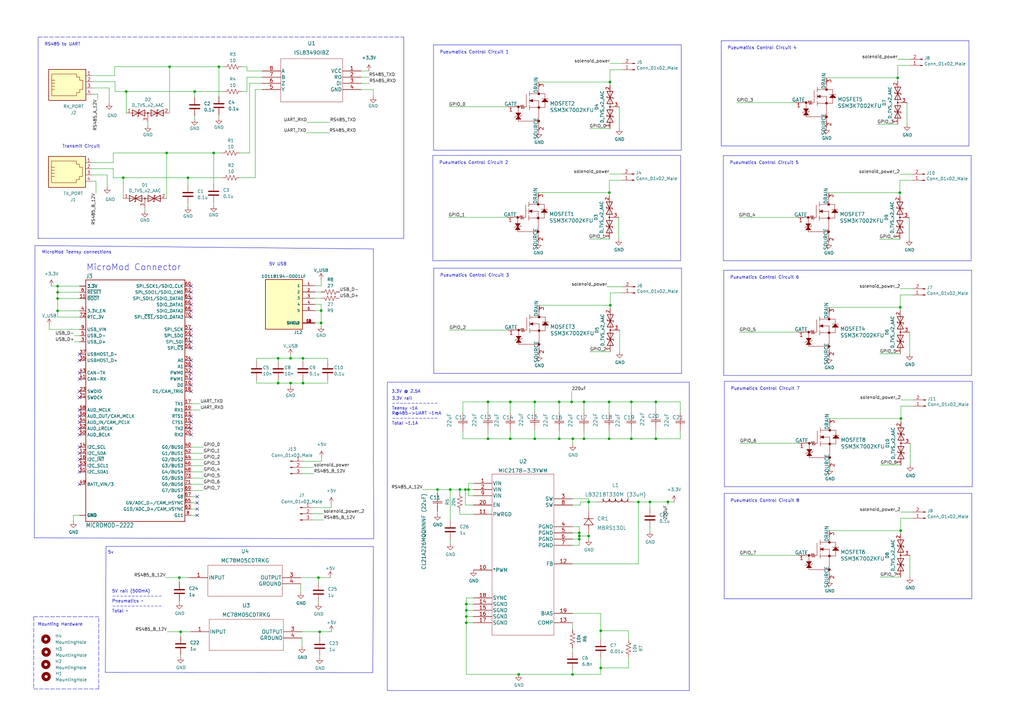
<source format=kicad_sch>
(kicad_sch (version 20220404) (generator eeschema)
  (paper "A3")
  (lib_symbols
    (symbol "+3.3V_1" (power) (pin_names (offset 0))
      (property "Value" "+3.3V" (at 0 5.4356 0))
      (symbol "+3.3V_1_1_1"
        (pin power_out line (at 0 0 90) (length 0) hide (name "+3V3") (number "1"))
      )
    )
    (symbol "+3.3V_2" (power) (pin_names (offset 0))
      (property "Value" "+3.3V" (at 0 5.08 0))
      (symbol "+3.3V_2_1_1"
        (pin passive line (at 0 0 90) (length 0) hide (name "+3V3") (number "1"))
      )
    )
    (symbol "+5V_1" (power) (pin_names (offset 0))
      (property "Value" "+5V_1" (at 0 3.81 0))
      (symbol "+5V_1_1_1"
        (pin passive line (at 0 0 90) (length 0) hide (name "+5V") (number "1"))
      )
    )
    (symbol "+5V_3" (power) (pin_names (offset 0))
      (property "Value" "+5V" (at 0 5.334 0))
      (symbol "+5V_3_1_1"
        (pin passive line (at 0 0 90) (length 0) hide (name "+5V") (number "1"))
      )
    )
    (symbol "+5V_4" (power) (pin_names (offset 0))
      (property "Value" "+5V_4" (at 0 3.81 0))
      (symbol "+5V_4_1_1"
        (pin passive line (at 0 0 90) (length 0) hide (name "+5V") (number "1"))
      )
    )
    (symbol "10118194-0001LF:10118194-0001LF" (pin_names (offset 1.016))
      (property "Reference" "J" (at -7.366 10.668 0))
      (property "Value" "10118194-0001LF" (at -7.62 -12.7 0))
      (symbol "10118194-0001LF_0_0"
        (pin passive line (at -12.7 7.62 0) (length 5.08) (name "1") (number "1"))
        (pin passive line (at -12.7 5.08 0) (length 5.08) (name "2") (number "2"))
        (pin passive line (at -12.7 2.54 0) (length 5.08) (name "3") (number "3"))
        (pin passive line (at -12.7 0 0) (length 5.08) (name "4") (number "4"))
        (pin passive line (at -12.7 -2.54 0) (length 5.08) (name "5") (number "5"))
        (pin passive line (at -12.7 -7.62 0) (length 5.08) (name "SHIELD") (number "S1"))
        (pin passive line (at -12.7 -7.62 0) (length 5.08) (name "SHIELD") (number "S2"))
        (pin passive line (at -12.7 -7.62 0) (length 5.08) (name "SHIELD") (number "S3"))
        (pin passive line (at -12.7 -7.62 0) (length 5.08) (name "SHIELD") (number "S4"))
        (pin passive line (at -12.7 -7.62 0) (length 5.08) (name "SHIELD") (number "S5"))
        (pin passive line (at -12.7 -7.62 0) (length 5.08) (name "SHIELD") (number "S6"))
      )
    )
    (symbol "12V5V:MC78M05CDTRKG" (pin_names (offset 0.254))
      (property "Reference" "U" (at 22.86 10.16 0))
      (property "Value" "MC78M05CDTRKG" (at 22.86 7.62 0))
      (symbol "MC78M05CDTRKG_1_1"
        (pin input line (at 0 0 0) (length 7.62) (name "INPUT") (number "1"))
        (pin output line (at 45.72 0 180) (length 7.62) (name "OUTPUT") (number "3"))
        (pin power_in line (at 45.72 -2.54 180) (length 7.62) (name "GROUND") (number "4"))
      )
    )
    (symbol "2021-12-24_05-54-00:SSM3K7002KFU" (pin_names (offset 0))
      (property "Reference" "MOSFET" (at 0 0 0))
      (property "Value" "2021-12-24_05-54-00_SSM3K7002KFU" (at 0 0 0))
      (symbol "SSM3K7002KFU_1_1"
        (pin unspecified line (at -2.54 -7.62 0) (length 2.54) (name "GATE") (number "1"))
        (pin unspecified line (at 10.16 -17.78 90) (length 2.54) (name "SOURCE") (number "2"))
        (pin unspecified line (at 10.16 2.54 270) (length 2.54) (name "DRAIN") (number "3"))
      )
    )
    (symbol "2022-03-23_15-47-26:ISL83490IBZ" (pin_names (offset 0.254))
      (property "Reference" "U" (at 20.32 10.16 0))
      (property "Value" "ISL83490IBZ" (at 20.32 7.62 0))
      (symbol "ISL83490IBZ_1_1"
        (pin power_in line (at 0 0 0) (length 7.62) (name "VCC") (number "1"))
        (pin output line (at 0 -2.54 0) (length 7.62) (name "RO") (number "2"))
        (pin input line (at 0 -5.08 0) (length 7.62) (name "DI") (number "3"))
        (pin power_in line (at 0 -7.62 0) (length 7.62) (name "GND") (number "4"))
        (pin output line (at 40.64 -7.62 180) (length 7.62) (name "Y") (number "5"))
        (pin output line (at 40.64 -5.08 180) (length 7.62) (name "Z") (number "6"))
        (pin input line (at 40.64 -2.54 180) (length 7.62) (name "B") (number "7"))
        (pin input line (at 40.64 0 180) (length 7.62) (name "A") (number "8"))
      )
    )
    (symbol "3.3Sw:MIC2178-3.3YWM" (pin_names (offset 0.254))
      (property "Reference" "U?" (at 20.32 10.287 0))
      (property "Value" "MIC2178-3.3YWM" (at 20.32 6.477 0))
      (symbol "MIC2178-3.3YWM_1_1"
        (pin power_in line (at 0 1.27 0) (length 7.62) (name "VIN") (number "1"))
        (pin input line (at 0 -34.29 0) (length 7.62) (name "*PWM") (number "10"))
        (pin output line (at 0 -11.43 0) (length 7.62) (name "PWRGD") (number "11"))
        (pin input line (at 40.64 -31.75 180) (length 7.62) (name "FB") (number "12"))
        (pin output line (at 40.64 -55.88 180) (length 7.62) (name "COMP") (number "13"))
        (pin power_in line (at 0 -48.26 0) (length 7.62) (name "SGND") (number "14"))
        (pin power_in line (at 0 -50.8 0) (length 7.62) (name "SGND") (number "15"))
        (pin power_in line (at 0 -53.34 0) (length 7.62) (name "SGND") (number "16"))
        (pin power_in line (at 0 -55.88 0) (length 7.62) (name "SGND") (number "17"))
        (pin input line (at 0 -45.72 0) (length 7.62) (name "SYNC") (number "18"))
        (pin power_in line (at 40.64 -52.07 180) (length 7.62) (name "BIAS") (number "19"))
        (pin power_in line (at 0 -1.27 0) (length 7.62) (name "VIN") (number "2"))
        (pin input line (at 0 -7.62 0) (length 7.62) (name "EN") (number "20"))
        (pin output line (at 40.64 -5.08 180) (length 7.62) (name "SW") (number "3"))
        (pin power_in line (at 40.64 -16.51 180) (length 7.62) (name "PGND") (number "4"))
        (pin power_in line (at 40.64 -19.05 180) (length 7.62) (name "PGND") (number "5"))
        (pin power_in line (at 40.64 -21.59 180) (length 7.62) (name "PGND") (number "6"))
        (pin power_in line (at 40.64 -24.13 180) (length 7.62) (name "PGND") (number "7"))
        (pin output line (at 40.64 -7.62 180) (length 7.62) (name "SW") (number "8"))
        (pin power_in line (at 0 -3.81 0) (length 7.62) (name "VIN") (number "9"))
      )
    )
    (symbol "Cap22U:CL21A226MQQNNNF" (pin_numbers hide) (pin_names (offset 1.651) hide)
      (property "Reference" "C" (at 3.81 3.81 0))
      (property "Value" "CL21A226MQQNNNF" (at 3.81 -7.62 0))
      (symbol "CL21A226MQQNNNF_1_1"
        (pin unspecified line (at 0 0 0) (length 2.54) (name "1") (number "1"))
        (pin unspecified line (at 7.62 0 180) (length 2.54) (name "2") (number "2"))
      )
    )
    (symbol "Connector:4P4C" (pin_names (offset 1.016))
      (property "Reference" "J" (at -5.08 8.89 0))
      (property "Value" "4P4C" (at 2.54 8.89 0))
      (symbol "4P4C_1_1"
        (pin passive line (at 10.16 -2.54 180) (length 2.54) (name "~") (number "1"))
        (pin passive line (at 10.16 0 180) (length 2.54) (name "~") (number "2"))
        (pin passive line (at 10.16 2.54 180) (length 2.54) (name "~") (number "3"))
        (pin passive line (at 10.16 5.08 180) (length 2.54) (name "~") (number "4"))
      )
    )
    (symbol "Connector:Conn_01x02_Male" (pin_names (offset 1.016) hide)
      (property "Reference" "J" (at 0 2.54 0))
      (property "Value" "Conn_01x02_Male" (at 0 -5.08 0))
      (symbol "Conn_01x02_Male_1_1"
        (pin passive line (at 5.08 0 180) (length 3.81) (name "Pin_1") (number "1"))
        (pin passive line (at 5.08 -2.54 180) (length 3.81) (name "Pin_2") (number "2"))
      )
    )
    (symbol "Connector:Conn_01x03_Male" (pin_names (offset 1.016) hide)
      (property "Reference" "J" (at 0 5.08 0))
      (property "Value" "Conn_01x03_Male" (at 0 -5.08 0))
      (symbol "Conn_01x03_Male_1_1"
        (pin passive line (at 5.08 2.54 180) (length 3.81) (name "Pin_1") (number "1"))
        (pin passive line (at 5.08 0 180) (length 3.81) (name "Pin_2") (number "2"))
        (pin passive line (at 5.08 -2.54 180) (length 3.81) (name "Pin_3") (number "3"))
      )
    )
    (symbol "Device:C" (pin_numbers hide) (pin_names (offset 0.254))
      (property "Reference" "C" (at 0.635 2.54 0))
      (property "Value" "C" (at 0.635 -2.54 0))
      (symbol "C_1_1"
        (pin passive line (at 0 3.81 270) (length 2.794) (name "~") (number "1"))
        (pin passive line (at 0 -3.81 90) (length 2.794) (name "~") (number "2"))
      )
    )
    (symbol "Device:D_TVS_x2_AAC" (pin_names (offset 1.016) hide)
      (property "Reference" "D" (at 0 4.445 0))
      (property "Value" "Device_D_TVS_x2_AAC" (at 0 2.54 0))
      (symbol "D_TVS_x2_AAC_1_1"
        (pin passive line (at -8.89 0 0) (length 2.54) (name "A1") (number "1"))
        (pin passive line (at 8.89 0 180) (length 2.54) (name "A2") (number "2"))
        (pin input line (at 0 -3.81 90) (length 2.54) (name "common") (number "3"))
      )
    )
    (symbol "Device:R_US" (pin_numbers hide) (pin_names (offset 0))
      (property "Reference" "R" (at 2.54 0 90))
      (property "Value" "R_US" (at -2.54 0 90))
      (symbol "R_US_1_1"
        (pin passive line (at 0 3.81 270) (length 1.27) (name "~") (number "1"))
        (pin passive line (at 0 -3.81 90) (length 1.27) (name "~") (number "2"))
      )
    )
    (symbol "GND_1" (power) (pin_names (offset 0))
      (property "Value" "GND" (at 0 -3.81 0))
      (symbol "GND_1_1_1"
        (pin power_out line (at 0 0 270) (length 0) hide (name "GND") (number "1"))
      )
    )
    (symbol "MBRS130L:MBRS130L" (pin_numbers hide) (pin_names (offset -1.651) hide)
      (property "Reference" "CR" (at 5.08 4.445 0))
      (property "Value" "MBRS130L" (at 5.08 -7.62 0))
      (symbol "MBRS130L_1_1"
        (pin unspecified line (at 10.16 0 180) (length 2.54) (name "1") (number "1"))
        (pin unspecified line (at 0 0 0) (length 2.54) (name "2") (number "2"))
      )
    )
    (symbol "Mechanical:MountingHole" (pin_names (offset 1.016))
      (property "Reference" "H" (at 0 5.08 0))
      (property "Value" "MountingHole" (at 0 3.175 0))
    )
    (symbol "Test Rs485-eagle-import:MICROMOD-2222"
      (property "Reference" "J" (at -20.32 53.848 0))
      (property "Value" "MICROMOD-2222" (at -20.32 -48.26 0))
      (symbol "MICROMOD-2222_1_0"
        (pin bidirectional line (at -22.86 -43.18 0) (length 2.54) (name "GND") (number "1"))
        (pin bidirectional line (at 22.86 10.16 180) (length 2.54) (name "D0") (number "10"))
        (pin bidirectional line (at -22.86 45.72 0) (length 2.54) (name "~{BOOT}") (number "11"))
        (pin bidirectional line (at -22.86 -17.78 0) (length 2.54) (name "I2C_SDA") (number "12"))
        (pin bidirectional line (at 22.86 -2.54 180) (length 2.54) (name "RTS1") (number "13"))
        (pin bidirectional line (at -22.86 -15.24 0) (length 2.54) (name "I2C_SCL") (number "14"))
        (pin bidirectional line (at 22.86 -5.08 180) (length 2.54) (name "CTS1") (number "15"))
        (pin bidirectional line (at -22.86 -20.32 0) (length 2.54) (name "I2C_~{INT}") (number "16"))
        (pin bidirectional line (at 22.86 2.54 180) (length 2.54) (name "TX1") (number "17"))
        (pin bidirectional line (at 22.86 7.62 180) (length 2.54) (name "D1/CAM_TRIG") (number "18"))
        (pin bidirectional line (at 22.86 0 180) (length 2.54) (name "RX1") (number "19"))
        (pin bidirectional line (at -22.86 50.8 0) (length 2.54) (name "3.3V") (number "2"))
        (pin bidirectional line (at 22.86 -10.16 180) (length 2.54) (name "RX2") (number "20"))
        (pin bidirectional line (at -22.86 5.08 0) (length 2.54) (name "SWDCK") (number "21"))
        (pin bidirectional line (at 22.86 -7.62 180) (length 2.54) (name "TX2") (number "22"))
        (pin bidirectional line (at -22.86 7.62 0) (length 2.54) (name "SWDIO") (number "23"))
        (pin bidirectional line (at -22.86 27.94 0) (length 2.54) (name "USB_D+") (number "3"))
        (pin bidirectional line (at 22.86 15.24 180) (length 2.54) (name "PWM0") (number "32"))
        (pin bidirectional line (at -22.86 -43.18 0) (length 2.54) (name "GND") (number "33"))
        (pin bidirectional line (at 22.86 20.32 180) (length 2.54) (name "A0") (number "34"))
        (pin bidirectional line (at -22.86 20.32 0) (length 2.54) (name "USBHOST_D+") (number "35"))
        (pin bidirectional line (at -22.86 -43.18 0) (length 2.54) (name "GND") (number "36"))
        (pin bidirectional line (at -22.86 22.86 0) (length 2.54) (name "USBHOST_D-") (number "37"))
        (pin bidirectional line (at 22.86 17.78 180) (length 2.54) (name "A1") (number "38"))
        (pin bidirectional line (at -22.86 -43.18 0) (length 2.54) (name "GND") (number "39"))
        (pin bidirectional line (at -22.86 40.64 0) (length 2.54) (name "3.3V_EN") (number "4"))
        (pin bidirectional line (at 22.86 -15.24 180) (length 2.54) (name "G0/BUS0") (number "40"))
        (pin bidirectional line (at -22.86 12.7 0) (length 2.54) (name "CAN-RX") (number "41"))
        (pin bidirectional line (at 22.86 -17.78 180) (length 2.54) (name "G1/BUS1") (number "42"))
        (pin bidirectional line (at -22.86 15.24 0) (length 2.54) (name "CAN-TX") (number "43"))
        (pin bidirectional line (at 22.86 -20.32 180) (length 2.54) (name "G2/BUS2") (number "44"))
        (pin bidirectional line (at -22.86 -43.18 0) (length 2.54) (name "GND") (number "45"))
        (pin bidirectional line (at 22.86 -22.86 180) (length 2.54) (name "G3/BUS3") (number "46"))
        (pin bidirectional line (at 22.86 12.7 180) (length 2.54) (name "PWM1") (number "47"))
        (pin bidirectional line (at 22.86 -25.4 180) (length 2.54) (name "G4/BUS4") (number "48"))
        (pin bidirectional line (at -22.86 -30.48 0) (length 2.54) (name "BATT_VIN/3") (number "49"))
        (pin bidirectional line (at -22.86 30.48 0) (length 2.54) (name "USB_D-") (number "5"))
        (pin bidirectional line (at -22.86 -10.16 0) (length 2.54) (name "AUD_BCLK") (number "50"))
        (pin bidirectional line (at -22.86 -25.4 0) (length 2.54) (name "I2C_SDA1") (number "51"))
        (pin bidirectional line (at -22.86 -7.62 0) (length 2.54) (name "AUD_LRCLK") (number "52"))
        (pin bidirectional line (at -22.86 -22.86 0) (length 2.54) (name "I2C_SCL1") (number "53"))
        (pin bidirectional line (at -22.86 -5.08 0) (length 2.54) (name "AUD_IN/CAM_PCLK") (number "54"))
        (pin bidirectional line (at 22.86 25.4 180) (length 2.54) (name "SPI_~{CS}") (number "55"))
        (pin bidirectional line (at -22.86 -2.54 0) (length 2.54) (name "AUD_OUT/CAM_MCLK") (number "56"))
        (pin bidirectional line (at 22.86 33.02 180) (length 2.54) (name "SPI_SCK") (number "57"))
        (pin bidirectional line (at -22.86 0 0) (length 2.54) (name "AUD_MCLK") (number "58"))
        (pin bidirectional line (at 22.86 30.48 180) (length 2.54) (name "SPI_SDO") (number "59"))
        (pin bidirectional line (at -22.86 48.26 0) (length 2.54) (name "~{RESET}") (number "6"))
        (pin bidirectional line (at 22.86 50.8 180) (length 2.54) (name "SPI_SCK1/SDIO_CLK") (number "60"))
        (pin bidirectional line (at 22.86 27.94 180) (length 2.54) (name "SPI_SDI") (number "61"))
        (pin bidirectional line (at 22.86 48.26 180) (length 2.54) (name "SPI_SDO1/SDIO_CMD") (number "62"))
        (pin bidirectional line (at 22.86 -40.64 180) (length 2.54) (name "G10/ADC_D+/CAM_VSYNC") (number "63"))
        (pin bidirectional line (at 22.86 45.72 180) (length 2.54) (name "SPI_SDI1/SDIO_DATA0") (number "64"))
        (pin bidirectional line (at 22.86 -38.1 180) (length 2.54) (name "G9/ADC_D-/CAM_HSYNC") (number "65"))
        (pin bidirectional line (at 22.86 43.18 180) (length 2.54) (name "SDIO_DATA1") (number "66"))
        (pin bidirectional line (at 22.86 -35.56 180) (length 2.54) (name "G8") (number "67"))
        (pin bidirectional line (at 22.86 40.64 180) (length 2.54) (name "SDIO_DATA2") (number "68"))
        (pin bidirectional line (at 22.86 -33.02 180) (length 2.54) (name "G7/BUS7") (number "69"))
        (pin bidirectional line (at -22.86 -43.18 0) (length 2.54) (name "GND") (number "7"))
        (pin bidirectional line (at 22.86 38.1 180) (length 2.54) (name "SPI_~{CS1}/SDIO_DATA3") (number "70"))
        (pin bidirectional line (at 22.86 -30.48 180) (length 2.54) (name "G6/BUS6") (number "71"))
        (pin bidirectional line (at -22.86 38.1 0) (length 2.54) (name "RTC_3V") (number "72"))
        (pin bidirectional line (at 22.86 -27.94 180) (length 2.54) (name "G5/BUS5") (number "73"))
        (pin bidirectional line (at -22.86 50.8 0) (length 2.54) (name "3.3V") (number "74"))
        (pin bidirectional line (at -22.86 -43.18 0) (length 2.54) (name "GND") (number "75"))
        (pin bidirectional line (at 22.86 -43.18 180) (length 2.54) (name "G11") (number "8"))
        (pin bidirectional line (at -22.86 33.02 0) (length 2.54) (name "USB_VIN") (number "9"))
        (pin bidirectional line (at -22.86 -43.18 0) (length 2.54) (name "GND") (number "GND1"))
        (pin bidirectional line (at -22.86 -43.18 0) (length 2.54) (name "GND") (number "GND2"))
        (pin bidirectional line (at -22.86 -43.18 0) (length 2.54) (name "GND") (number "GND3"))
      )
    )
    (symbol "induct33u:LB3218T330M" (pin_numbers hide) (pin_names (offset 1.651) hide)
      (property "Reference" "L" (at 6.985 5.08 0))
      (property "Value" "LB3218T330M" (at 6.985 -5.715 0))
      (symbol "LB3218T330M_1_1"
        (pin unspecified line (at 15.24 0 180) (length 2.54) (name "1") (number "1"))
        (pin unspecified line (at 0 0 0) (length 2.54) (name "2") (number "2"))
      )
    )
    (symbol "power:+3.3V" (power) (pin_names (offset 0))
      (property "Value" "+3.3V" (at 0 5.08 0))
      (symbol "+3.3V_1_1"
        (pin power_out line (at 0 0 90) (length 0) hide (name "+3V3") (number "1"))
      )
    )
    (symbol "power:+5V" (power) (pin_names (offset 0))
      (property "Value" "+5V" (at 0 3.81 0))
      (symbol "+5V_1_1"
        (pin passive line (at 0 0 90) (length 0) hide (name "+5V") (number "1"))
      )
    )
    (symbol "power:GND" (power) (pin_names (offset 0))
      (property "Value" "GND" (at 0 -3.81 0))
      (symbol "GND_1_1"
        (pin power_in line (at 0 0 270) (length 0) hide (name "GND") (number "1"))
      )
    )
  )
  (junction (at 250.317 125.222))
  (junction (at 229.362 164.846))
  (junction (at 234.95 179.959))
  (junction (at 250.19 33.655))
  (junction (at 119.1768 146.9644) (diameter 0.9144))
  (junction (at 79.8322 37.5412))
  (junction (at 124.2568 146.9644) (diameter 0.9144))
  (junction (at 219.329 164.846))
  (junction (at 23.622 127.508))
  (junction (at 89.789 27.3812))
  (junction (at 119.1768 157.1244) (diameter 0.9144))
  (junction (at 369.0874 79.0448))
  (junction (at 241.427 205.867))
  (junction (at 114.0968 157.1244) (diameter 0.9144))
  (junction (at 234.442 164.846))
  (junction (at 268.986 164.846))
  (junction (at 261.8486 205.867))
  (junction (at 246.38 258.699))
  (junction (at 209.296 164.846))
  (junction (at 200.152 179.959))
  (junction (at 23.622 122.428))
  (junction (at 114.0968 146.9644) (diameter 0.9144))
  (junction (at 229.362 179.959))
  (junction (at 188.595 200.787))
  (junction (at 191.262 250.317))
  (junction (at 237.617 219.837))
  (junction (at 184.658 200.787))
  (junction (at 191.262 255.397))
  (junction (at 131.1148 259.1308))
  (junction (at 258.953 164.846))
  (junction (at 74.0918 259.1308))
  (junction (at 130.6068 236.9058))
  (junction (at 209.296 179.959))
  (junction (at 219.329 179.959))
  (junction (at 268.986 179.959))
  (junction (at 50.546 72.898))
  (junction (at 369.3922 217.6272))
  (junction (at 273.939 205.867))
  (junction (at 239.522 179.959))
  (junction (at 69.5452 27.3812))
  (junction (at 131.699 127.381) (diameter 0.9144))
  (junction (at 368.1984 31.9278))
  (junction (at 249.809 179.959))
  (junction (at 87.63 62.738))
  (junction (at 369.2652 126.0602))
  (junction (at 51.7652 37.5412))
  (junction (at 179.4256 200.787))
  (junction (at 192.151 200.787))
  (junction (at 191.262 252.857))
  (junction (at 131.699 132.461) (diameter 0.9144))
  (junction (at 23.622 119.888))
  (junction (at 23.622 117.348))
  (junction (at 124.2568 157.1244) (diameter 0.9144))
  (junction (at 68.326 62.738))
  (junction (at 239.522 164.846))
  (junction (at 258.953 179.959))
  (junction (at 200.152 164.846))
  (junction (at 234.823 276.606))
  (junction (at 249.809 164.846))
  (junction (at 191.262 247.777))
  (junction (at 212.725 276.606))
  (junction (at 77.089 72.898))
  (junction (at 369.5192 171.6532))
  (junction (at 241.427 219.837))
  (junction (at 266.573 205.867))
  (junction (at 249.936 78.994))
  (junction (at 237.617 221.107))
  (junction (at 237.617 218.567))
  (junction (at 73.5838 236.9058))
  (junction (at 246.38 273.939))
  (junction (at 190.881 200.787))
  (no_connect (at 32.639 145.288))
  (no_connect (at 32.639 147.828))
  (no_connect (at 32.639 152.908))
  (no_connect (at 32.639 155.448))
  (no_connect (at 32.639 160.528))
  (no_connect (at 32.639 163.068))
  (no_connect (at 32.639 168.148))
  (no_connect (at 32.639 170.688))
  (no_connect (at 32.639 173.228))
  (no_connect (at 32.639 175.768))
  (no_connect (at 32.639 178.308))
  (no_connect (at 32.639 183.388))
  (no_connect (at 32.639 185.928))
  (no_connect (at 32.639 188.468))
  (no_connect (at 32.639 191.008))
  (no_connect (at 32.639 193.548))
  (no_connect (at 78.359 117.348))
  (no_connect (at 78.359 119.888))
  (no_connect (at 78.359 122.428))
  (no_connect (at 78.359 124.968))
  (no_connect (at 78.359 127.508))
  (no_connect (at 78.359 130.048))
  (no_connect (at 78.359 135.128))
  (no_connect (at 78.359 137.668))
  (no_connect (at 78.359 140.208))
  (no_connect (at 78.359 142.748))
  (no_connect (at 78.359 147.828))
  (no_connect (at 78.359 150.368))
  (no_connect (at 78.359 152.908))
  (no_connect (at 78.359 155.448))
  (no_connect (at 78.359 157.988))
  (no_connect (at 78.359 160.528))
  (no_connect (at 78.359 170.688))
  (no_connect (at 78.359 173.228))
  (no_connect (at 78.359 175.768))
  (no_connect (at 78.359 178.308))
  (no_connect (at 80.899 203.708))
  (no_connect (at 80.899 206.248))
  (no_connect (at 80.899 208.788))
  (no_connect (at 80.899 211.328))
  (no_connect (at 32.639 198.628))
  (wire (pts (xy 101.2952 37.5412) (xy 101.2952 31.6484)))
  (wire (pts (xy 73.5838 247.1928) (xy 73.5838 246.4308)))
  (wire (pts (xy 124.2568 157.1244) (xy 119.1768 157.1244)))
  (wire (pts (xy 194.183 207.137) (xy 190.881 207.137)))
  (wire (pts (xy 78.359 185.928) (xy 83.439 185.928)))
  (polyline (pts (xy 177.8 61.595) (xy 177.8 18.415)))
  (wire (pts (xy 99.2632 27.3812) (xy 101.2952 27.3812)))
  (polyline (pts (xy 177.546 63.754) (xy 279.146 63.754)))
  (wire (pts (xy 249.809 164.846) (xy 249.809 169.164)))
  (wire (pts (xy 99.2632 37.5412) (xy 101.2952 37.5412)))
  (wire (pts (xy 191.262 276.606) (xy 212.725 276.606)))
  (wire (pts (xy 234.442 164.846) (xy 234.442 160.401)))
  (wire (pts (xy 74.0918 269.4178) (xy 74.0918 268.6558)))
  (wire (pts (xy 253.746 98.044) (xy 253.746 89.154)))
  (wire (pts (xy 78.359 196.088) (xy 83.439 196.088)))
  (wire (pts (xy 98.552 72.898) (xy 104.6988 72.898)))
  (wire (pts (xy 129.159 119.761) (xy 131.699 119.761)))
  (wire (pts (xy 46.99 27.3812) (xy 69.5452 27.3812)))
  (wire (pts (xy 241.554 98.044) (xy 249.936 98.044)))
  (wire (pts (xy 51.7652 37.5412) (xy 51.7652 46.355)))
  (polyline (pts (xy 295.8084 59.8678) (xy 397.4084 59.8678)))
  (wire (pts (xy 105.2068 157.1244) (xy 114.0968 157.1244)))
  (wire (pts (xy 68.326 62.738) (xy 68.326 81.407)))
  (wire (pts (xy 131.1148 259.1308) (xy 131.1148 261.2898)))
  (wire (pts (xy 250.317 125.222) (xy 250.317 126.492)))
  (wire (pts (xy 37.7698 33.528) (xy 47.1932 33.528)))
  (wire (pts (xy 209.296 179.959) (xy 219.329 179.959)))
  (wire (pts (xy 257.81 273.939) (xy 246.38 273.939)))
  (wire (pts (xy 73.5838 236.9058) (xy 77.6478 236.9058)))
  (wire (pts (xy 78.359 188.468) (xy 83.439 188.468)))
  (wire (pts (xy 368.1984 31.9278) (xy 368.1984 33.1978)))
  (wire (pts (xy 87.63 83.058) (xy 87.63 84.328)))
  (wire (pts (xy 37.6428 66.675) (xy 46.482 66.675)))
  (wire (pts (xy 37.6428 71.755) (xy 43.942 71.755)))
  (wire (pts (xy 46.482 72.898) (xy 50.546 72.898)))
  (wire (pts (xy 78.359 168.148) (xy 82.169 168.148)))
  (wire (pts (xy 372.8974 98.0948) (xy 372.8974 89.2048)))
  (wire (pts (xy 200.152 164.846) (xy 209.296 164.846)))
  (wire (pts (xy 135.0518 54.483) (xy 125.6538 54.483)))
  (wire (pts (xy 372.0084 50.9778) (xy 372.0084 42.0878)))
  (wire (pts (xy 69.5452 27.3812) (xy 89.789 27.3812)))
  (wire (pts (xy 368.1984 26.8478) (xy 368.1984 31.9278)))
  (polyline (pts (xy 398.2974 106.9848) (xy 398.2974 63.8048)))
  (wire (pts (xy 194.183 250.317) (xy 191.262 250.317)))
  (wire (pts (xy 124.2568 146.9644) (xy 124.2568 148.2344)))
  (wire (pts (xy 151.4348 34.1884) (xy 151.4348 34.163)))
  (wire (pts (xy 123.8758 259.1308) (xy 131.1148 259.1308)))
  (wire (pts (xy 194.183 245.237) (xy 191.262 245.237)))
  (wire (pts (xy 124.2568 146.9644) (xy 134.4168 146.9644)))
  (wire (pts (xy 219.329 179.959) (xy 229.362 179.959)))
  (wire (pts (xy 23.622 117.348) (xy 32.639 117.348)))
  (wire (pts (xy 189.865 164.846) (xy 200.152 164.846)))
  (wire (pts (xy 234.95 179.959) (xy 234.95 182.245)))
  (wire (pts (xy 258.953 179.959) (xy 249.809 179.959)))
  (wire (pts (xy 131.699 133.731) (xy 131.699 132.461)))
  (wire (pts (xy 302.1584 42.0878) (xy 326.2884 42.0878)))
  (wire (pts (xy 44.7548 36.068) (xy 44.7548 42.291)))
  (polyline (pts (xy 177.546 106.934) (xy 177.546 63.754)))
  (wire (pts (xy 241.427 219.837) (xy 237.617 219.837)))
  (polyline (pts (xy 158.877 156.718) (xy 282.702 156.718)))
  (wire (pts (xy 339.8774 79.0448) (xy 369.0874 79.0448)))
  (wire (pts (xy 153.0604 36.7284) (xy 153.0604 39.624)))
  (wire (pts (xy 134.4168 155.8544) (xy 134.4168 157.1244)))
  (wire (pts (xy 131.699 124.841) (xy 131.699 127.381)))
  (wire (pts (xy 129.159 122.301) (xy 131.699 122.301)))
  (wire (pts (xy 173.355 200.787) (xy 179.4256 200.787)))
  (wire (pts (xy 369.5192 164.0332) (xy 374.5992 164.0332)))
  (polyline (pts (xy 14.351 100.711) (xy 14.097 220.599)))
  (wire (pts (xy 249.047 117.602) (xy 255.397 117.602)))
  (wire (pts (xy 179.4256 200.787) (xy 179.4256 202.184)))
  (wire (pts (xy 188.595 200.787) (xy 190.881 200.787)))
  (wire (pts (xy 89.789 27.3812) (xy 91.6432 27.3812)))
  (wire (pts (xy 194.183 210.947) (xy 188.595 210.947)))
  (wire (pts (xy 132.6896 213.2584) (xy 128.2192 213.2584)))
  (wire (pts (xy 234.95 179.959) (xy 229.362 179.959)))
  (wire (pts (xy 229.362 164.846) (xy 229.362 169.291)))
  (wire (pts (xy 234.823 255.397) (xy 234.823 258.191)))
  (wire (pts (xy 189.865 169.291) (xy 189.865 164.846)))
  (wire (pts (xy 250.19 28.575) (xy 255.27 28.575)))
  (wire (pts (xy 261.8486 205.867) (xy 266.573 205.867)))
  (wire (pts (xy 234.823 218.567) (xy 237.617 218.567)))
  (wire (pts (xy 194.183 198.247) (xy 192.151 198.247)))
  (wire (pts (xy 23.622 127.508) (xy 32.639 127.508)))
  (polyline (pts (xy 295.8084 59.8678) (xy 295.8084 16.6878)))
  (wire (pts (xy 78.359 203.708) (xy 80.899 203.708)))
  (wire (pts (xy 30.099 211.328) (xy 30.099 213.868)))
  (wire (pts (xy 254.127 144.272) (xy 254.127 135.382)))
  (polyline (pts (xy 296.8752 110.8202) (xy 398.4752 110.8202)))
  (wire (pts (xy 89.789 47.117) (xy 89.789 48.387)))
  (wire (pts (xy 266.573 205.867) (xy 273.939 205.867)))
  (wire (pts (xy 37.6428 69.215) (xy 46.482 69.215)))
  (wire (pts (xy 250.19 26.035) (xy 255.27 26.035)))
  (wire (pts (xy 360.8832 145.1102) (xy 369.2652 145.1102)))
  (polyline (pts (xy 43.4848 224.1042) (xy 153.162 224.155)))
  (wire (pts (xy 368.1984 26.8478) (xy 373.2784 26.8478)))
  (wire (pts (xy 254 52.705) (xy 254 43.815)))
  (wire (pts (xy 73.5838 238.8108) (xy 73.5838 236.9058)))
  (wire (pts (xy 373.2022 236.6772) (xy 373.2022 227.7872)))
  (wire (pts (xy 102.362 62.738) (xy 98.425 62.738)))
  (wire (pts (xy 241.427 219.837) (xy 241.427 221.107)))
  (wire (pts (xy 260.0706 205.867) (xy 261.8486 205.867)))
  (wire (pts (xy 37.7698 38.608) (xy 40.0558 38.608)))
  (wire (pts (xy 192.151 200.787) (xy 194.183 200.787)))
  (polyline (pts (xy 297.0022 202.3872) (xy 398.6022 202.3872)))
  (wire (pts (xy 191.262 255.397) (xy 191.262 276.606)))
  (polyline (pts (xy 153.162 189.865) (xy 153.162 102.108)))
  (wire (pts (xy 131.699 114.681) (xy 131.699 117.221)))
  (wire (pts (xy 179.4256 210.82) (xy 179.4256 209.804)))
  (wire (pts (xy 148.1328 34.1884) (xy 151.4348 34.1884)))
  (wire (pts (xy 124.2568 146.9644) (xy 119.1768 146.9644)))
  (wire (pts (xy 74.0918 261.0358) (xy 74.0918 259.1308)))
  (wire (pts (xy 234.823 231.267) (xy 261.8486 231.267)))
  (polyline (pts (xy 296.8752 154.0002) (xy 398.4752 154.0002)))
  (wire (pts (xy 209.296 164.846) (xy 209.296 169.291)))
  (wire (pts (xy 129.159 127.381) (xy 131.699 127.381)))
  (wire (pts (xy 237.617 216.027) (xy 237.617 218.567)))
  (polyline (pts (xy 158.877 156.718) (xy 158.877 283.21)))
  (wire (pts (xy 246.38 269.748) (xy 246.38 273.939)))
  (polyline (pts (xy 279.146 106.934) (xy 279.146 63.754)))
  (wire (pts (xy 78.359 165.608) (xy 82.169 165.608)))
  (wire (pts (xy 368.1984 24.3078) (xy 373.2784 24.3078)))
  (polyline (pts (xy 13.843 252.984) (xy 13.843 282.575)) (stroke (width 0) (type dash)))
  (polyline (pts (xy 398.4752 154.0002) (xy 398.4752 110.8202)))
  (wire (pts (xy 249.936 73.914) (xy 249.936 78.994)))
  (wire (pts (xy 124.2568 155.8544) (xy 124.2568 157.1244)))
  (wire (pts (xy 77.089 72.898) (xy 90.932 72.898)))
  (wire (pts (xy 279.019 176.911) (xy 279.019 179.959)))
  (wire (pts (xy 188.595 210.947) (xy 188.595 209.677)))
  (wire (pts (xy 369.5192 166.5732) (xy 369.5192 171.6532)))
  (polyline (pts (xy 295.8084 16.6878) (xy 397.4084 16.6878)))
  (wire (pts (xy 107.4928 34.1884) (xy 102.362 34.1884)))
  (wire (pts (xy 229.362 176.911) (xy 229.362 179.959)))
  (wire (pts (xy 50.546 72.898) (xy 77.089 72.898)))
  (wire (pts (xy 194.183 252.857) (xy 191.262 252.857)))
  (wire (pts (xy 303.2252 136.2202) (xy 327.3552 136.2202)))
  (wire (pts (xy 191.262 247.777) (xy 191.262 250.317)))
  (polyline (pts (xy 297.0022 245.5672) (xy 398.6022 245.5672)))
  (wire (pts (xy 340.3092 171.6532) (xy 369.5192 171.6532)))
  (wire (pts (xy 188.595 200.787) (xy 188.595 202.057)))
  (wire (pts (xy 303.0474 89.2048) (xy 327.1774 89.2048)))
  (wire (pts (xy 369.3922 212.5472) (xy 374.4722 212.5472)))
  (polyline (pts (xy 177.927 153.162) (xy 177.927 109.982)))
  (polyline (pts (xy 296.6974 106.9848) (xy 398.2974 106.9848)))
  (wire (pts (xy 50.546 72.898) (xy 50.546 81.407)))
  (wire (pts (xy 268.986 164.846) (xy 268.986 168.783)))
  (wire (pts (xy 101.2952 27.3812) (xy 101.2952 29.1084)))
  (wire (pts (xy 369.3922 210.0072) (xy 374.4722 210.0072)))
  (wire (pts (xy 131.1148 269.6718) (xy 131.1148 268.9098)))
  (wire (pts (xy 60.6552 50.165) (xy 60.6552 51.435)))
  (wire (pts (xy 87.63 62.738) (xy 87.63 75.438)))
  (wire (pts (xy 279.019 169.291) (xy 279.019 164.846)))
  (wire (pts (xy 68.326 62.738) (xy 87.63 62.738)))
  (wire (pts (xy 43.942 71.755) (xy 43.942 76.708)))
  (wire (pts (xy 258.953 176.911) (xy 258.953 179.959)))
  (wire (pts (xy 46.482 69.215) (xy 46.482 72.898)))
  (wire (pts (xy 268.986 179.959) (xy 258.953 179.959)))
  (wire (pts (xy 190.881 200.787) (xy 192.151 200.787)))
  (wire (pts (xy 190.881 207.137) (xy 190.881 200.787)))
  (polyline (pts (xy 282.702 156.718) (xy 282.702 283.21)))
  (wire (pts (xy 151.3078 29.1084) (xy 148.1328 29.1084)))
  (wire (pts (xy 30.48 137.668) (xy 32.639 137.668)))
  (wire (pts (xy 246.38 251.587) (xy 246.38 258.699)))
  (wire (pts (xy 51.7652 37.5412) (xy 79.8322 37.5412)))
  (wire (pts (xy 249.809 176.784) (xy 249.809 179.959)))
  (wire (pts (xy 132.6896 210.7184) (xy 128.2192 210.7184)))
  (wire (pts (xy 369.0874 73.9648) (xy 369.0874 79.0448)))
  (wire (pts (xy 200.152 176.784) (xy 200.152 179.959)))
  (wire (pts (xy 219.329 164.846) (xy 219.329 169.037)))
  (wire (pts (xy 237.617 223.647) (xy 237.617 221.107)))
  (wire (pts (xy 220.726 78.994) (xy 249.936 78.994)))
  (wire (pts (xy 129.159 124.841) (xy 131.699 124.841)))
  (wire (pts (xy 369.3922 212.5472) (xy 369.3922 217.6272)))
  (wire (pts (xy 191.262 245.237) (xy 191.262 247.777)))
  (wire (pts (xy 78.359 198.628) (xy 83.439 198.628)))
  (wire (pts (xy 77.089 83.566) (xy 77.089 84.836)))
  (wire (pts (xy 373.3292 190.7032) (xy 373.3292 181.8132)))
  (wire (pts (xy 200.152 179.959) (xy 209.296 179.959)))
  (wire (pts (xy 369.2652 118.4402) (xy 374.3452 118.4402)))
  (wire (pts (xy 79.8322 37.5412) (xy 91.6432 37.5412)))
  (wire (pts (xy 257.81 269.748) (xy 257.81 273.939)))
  (polyline (pts (xy 279.527 153.162) (xy 279.527 109.982)))
  (polyline (pts (xy 40.513 282.575) (xy 40.513 252.984)) (stroke (width 0) (type dash)))
  (wire (pts (xy 184.15 43.815) (xy 208.28 43.815)))
  (wire (pts (xy 79.8322 37.5412) (xy 79.8322 39.9542)))
  (wire (pts (xy 237.998 205.867) (xy 241.427 205.867)))
  (wire (pts (xy 37.6428 74.295) (xy 39.37 74.295)))
  (wire (pts (xy 184.658 200.787) (xy 188.595 200.787)))
  (wire (pts (xy 130.6068 247.4468) (xy 130.6068 246.6848)))
  (polyline (pts (xy 165.608 97.79) (xy 15.621 97.79)))
  (wire (pts (xy 78.359 201.168) (xy 83.439 201.168)))
  (wire (pts (xy 219.329 164.846) (xy 229.362 164.846)))
  (wire (pts (xy 250.317 120.142) (xy 255.397 120.142)))
  (wire (pts (xy 369.0874 79.0448) (xy 369.0874 80.3148)))
  (wire (pts (xy 123.8758 261.6708) (xy 123.8758 265.2268)))
  (wire (pts (xy 340.0552 126.0602) (xy 369.2652 126.0602)))
  (wire (pts (xy 179.4256 200.787) (xy 184.658 200.787)))
  (wire (pts (xy 303.4792 181.8132) (xy 327.6092 181.8132)))
  (wire (pts (xy 338.9884 31.9278) (xy 368.1984 31.9278)))
  (wire (pts (xy 241.935 144.272) (xy 250.317 144.272)))
  (wire (pts (xy 246.38 258.699) (xy 246.38 262.128)))
  (wire (pts (xy 246.38 273.939) (xy 246.38 276.606)))
  (wire (pts (xy 119.1768 146.9644) (xy 114.0968 146.9644)))
  (wire (pts (xy 135.89 206.6036) (xy 135.89 208.1784)))
  (wire (pts (xy 189.865 179.959) (xy 200.152 179.959)))
  (wire (pts (xy 192.151 203.327) (xy 192.151 200.787)))
  (wire (pts (xy 128.2192 208.1784) (xy 135.89 208.1784)))
  (wire (pts (xy 102.362 34.1884) (xy 102.362 62.738)))
  (wire (pts (xy 128.6764 194.2592) (xy 124.206 194.2592)))
  (polyline (pts (xy 282.702 283.21) (xy 158.877 283.21)))
  (polyline (pts (xy 177.8 18.415) (xy 279.4 18.415)))
  (wire (pts (xy 104.6988 36.7284) (xy 104.6988 72.898)))
  (wire (pts (xy 261.8486 205.867) (xy 261.8486 231.267)))
  (wire (pts (xy 114.0968 146.9644) (xy 105.2068 146.9644)))
  (wire (pts (xy 237.998 207.137) (xy 234.823 207.137)))
  (wire (pts (xy 40.0558 38.608) (xy 40.0558 40.767)))
  (polyline (pts (xy 177.546 106.934) (xy 279.146 106.934)))
  (wire (pts (xy 68.5038 259.1308) (xy 74.0918 259.1308)))
  (wire (pts (xy 89.789 39.497) (xy 89.789 27.3812)))
  (wire (pts (xy 234.823 221.107) (xy 237.617 221.107)))
  (wire (pts (xy 47.1932 37.5412) (xy 51.7652 37.5412)))
  (wire (pts (xy 234.823 274.955) (xy 234.823 276.606)))
  (polyline (pts (xy 177.927 109.982) (xy 279.527 109.982)))
  (wire (pts (xy 151.3078 31.6484) (xy 151.3078 31.623)))
  (wire (pts (xy 124.206 189.1792) (xy 131.8768 189.1792)))
  (wire (pts (xy 23.622 130.048) (xy 32.639 130.048)))
  (wire (pts (xy 220.98 33.655) (xy 250.19 33.655)))
  (wire (pts (xy 369.3922 217.6272) (xy 369.3922 218.8972)))
  (wire (pts (xy 77.089 72.898) (xy 77.089 75.946)))
  (wire (pts (xy 279.019 179.959) (xy 268.986 179.959)))
  (wire (pts (xy 183.896 89.154) (xy 208.026 89.154)))
  (wire (pts (xy 23.622 119.888) (xy 32.639 119.888)))
  (wire (pts (xy 273.939 205.867) (xy 276.479 205.867)))
  (wire (pts (xy 250.19 28.575) (xy 250.19 33.655)))
  (wire (pts (xy 369.0874 73.9648) (xy 374.1674 73.9648)))
  (wire (pts (xy 131.8768 187.6044) (xy 131.8768 189.1792)))
  (wire (pts (xy 46.482 66.675) (xy 46.482 62.738)))
  (wire (pts (xy 209.296 176.911) (xy 209.296 179.959)))
  (polyline (pts (xy 15.6972 15.1892) (xy 165.5572 15.1892)) (stroke (width 0) (type dash)))
  (wire (pts (xy 46.482 62.738) (xy 68.326 62.738)))
  (wire (pts (xy 266.573 205.867) (xy 266.573 208.661)))
  (wire (pts (xy 191.262 250.317) (xy 191.262 252.857)))
  (wire (pts (xy 249.809 164.846) (xy 239.522 164.846)))
  (wire (pts (xy 78.359 191.008) (xy 83.439 191.008)))
  (wire (pts (xy 361.0102 236.6772) (xy 369.3922 236.6772)))
  (polyline (pts (xy 152.908 275.844) (xy 43.2308 275.7932)))
  (wire (pts (xy 32.639 211.328) (xy 30.099 211.328)))
  (wire (pts (xy 131.699 127.381) (xy 131.699 132.461)))
  (wire (pts (xy 105.2068 155.8544) (xy 105.2068 157.1244)))
  (wire (pts (xy 221.107 125.222) (xy 250.317 125.222)))
  (wire (pts (xy 249.809 179.959) (xy 239.522 179.959)))
  (wire (pts (xy 250.317 120.142) (xy 250.317 125.222)))
  (polyline (pts (xy 15.621 97.79) (xy 15.621 15.24)))
  (wire (pts (xy 239.522 164.846) (xy 234.442 164.846)))
  (wire (pts (xy 129.159 132.461) (xy 131.699 132.461)))
  (wire (pts (xy 369.2652 126.0602) (xy 369.2652 127.3302)))
  (wire (pts (xy 239.522 179.959) (xy 234.95 179.959)))
  (wire (pts (xy 134.4168 146.9644) (xy 134.4168 148.2344)))
  (wire (pts (xy 191.262 252.857) (xy 191.262 255.397)))
  (wire (pts (xy 191.262 255.397) (xy 194.183 255.397)))
  (wire (pts (xy 241.427 219.075) (xy 241.427 219.837)))
  (wire (pts (xy 229.362 164.846) (xy 234.442 164.846)))
  (wire (pts (xy 148.1328 31.6484) (xy 151.3078 31.6484)))
  (wire (pts (xy 114.0968 146.9644) (xy 114.0968 148.2344)))
  (wire (pts (xy 249.936 71.374) (xy 255.016 71.374)))
  (polyline (pts (xy 297.1292 199.5932) (xy 398.7292 199.5932)))
  (polyline (pts (xy 279.4 61.595) (xy 279.4 18.415)))
  (wire (pts (xy 130.6068 236.9058) (xy 130.6068 239.0648)))
  (wire (pts (xy 219.329 176.657) (xy 219.329 179.959)))
  (wire (pts (xy 194.183 203.327) (xy 192.151 203.327)))
  (wire (pts (xy 250.19 33.655) (xy 250.19 34.925)))
  (wire (pts (xy 74.0918 259.1308) (xy 78.1558 259.1308)))
  (polyline (pts (xy 13.843 252.984) (xy 40.513 252.984)) (stroke (width 0) (type dash)))
  (wire (pts (xy 119.1768 145.6944) (xy 119.1768 146.9644)))
  (wire (pts (xy 20.193 133.2992) (xy 20.193 135.128)))
  (wire (pts (xy 268.986 176.403) (xy 268.986 179.959)))
  (wire (pts (xy 39.37 79.248) (xy 39.37 74.295)))
  (wire (pts (xy 87.63 62.738) (xy 90.805 62.738)))
  (wire (pts (xy 184.658 200.787) (xy 184.658 213.487)))
  (wire (pts (xy 234.823 216.027) (xy 237.617 216.027)))
  (polyline (pts (xy 177.927 153.162) (xy 279.527 153.162)))
  (polyline (pts (xy 296.8752 154.0002) (xy 296.8752 110.8202)))
  (wire (pts (xy 119.1768 157.1244) (xy 114.0968 157.1244)))
  (wire (pts (xy 23.622 127.508) (xy 23.622 130.048)))
  (polyline (pts (xy 296.6974 63.8048) (xy 398.2974 63.8048)))
  (wire (pts (xy 237.617 219.837) (xy 237.617 221.107)))
  (wire (pts (xy 258.953 164.846) (xy 249.809 164.846)))
  (wire (pts (xy 79.8322 47.5742) (xy 79.8322 48.8442)))
  (wire (pts (xy 59.436 85.217) (xy 59.436 86.487)))
  (wire (pts (xy 20.193 135.128) (xy 32.639 135.128)))
  (wire (pts (xy 360.7054 98.0948) (xy 369.0874 98.0948)))
  (wire (pts (xy 184.277 135.382) (xy 208.407 135.382)))
  (wire (pts (xy 189.865 176.911) (xy 189.865 179.959)))
  (wire (pts (xy 131.699 117.221) (xy 129.159 117.221)))
  (wire (pts (xy 234.823 223.647) (xy 237.617 223.647)))
  (wire (pts (xy 124.2568 157.1244) (xy 134.4168 157.1244)))
  (wire (pts (xy 241.808 52.705) (xy 250.19 52.705)))
  (wire (pts (xy 273.939 205.867) (xy 273.939 207.137)))
  (wire (pts (xy 249.936 73.914) (xy 255.016 73.914)))
  (wire (pts (xy 30.48 140.208) (xy 32.639 140.208)))
  (wire (pts (xy 241.427 205.867) (xy 241.427 208.915)))
  (wire (pts (xy 257.81 258.699) (xy 246.38 258.699)))
  (wire (pts (xy 135.3058 50.165) (xy 125.9078 50.165)))
  (wire (pts (xy 369.2652 120.9802) (xy 374.3452 120.9802)))
  (polyline (pts (xy 297.1292 156.4132) (xy 398.7292 156.4132)))
  (wire (pts (xy 192.151 198.247) (xy 192.151 200.787)))
  (wire (pts (xy 37.7698 30.988) (xy 46.99 30.988)))
  (wire (pts (xy 123.3678 239.4458) (xy 123.3678 243.0018)))
  (wire (pts (xy 78.359 211.328) (xy 80.899 211.328)))
  (wire (pts (xy 266.573 216.281) (xy 266.573 217.932)))
  (polyline (pts (xy 177.8 61.595) (xy 279.4 61.595)))
  (wire (pts (xy 69.5452 27.3812) (xy 69.5452 46.355)))
  (wire (pts (xy 369.5192 171.6532) (xy 369.5192 172.9232)))
  (polyline (pts (xy 153.162 224.155) (xy 152.908 275.844)))
  (wire (pts (xy 369.5192 166.5732) (xy 374.5992 166.5732)))
  (wire (pts (xy 123.3678 236.9058) (xy 130.6068 236.9058)))
  (wire (pts (xy 194.183 247.777) (xy 191.262 247.777)))
  (wire (pts (xy 47.1932 37.5412) (xy 47.1932 33.528)))
  (wire (pts (xy 234.823 267.335) (xy 234.823 265.811)))
  (polyline (pts (xy 153.289 220.98) (xy 14.097 220.599)))
  (wire (pts (xy 373.0752 145.1102) (xy 373.0752 136.2202)))
  (wire (pts (xy 359.8164 50.9778) (xy 368.1984 50.9778)))
  (wire (pts (xy 209.296 164.846) (xy 219.329 164.846)))
  (wire (pts (xy 67.9958 236.9058) (xy 73.5838 236.9058)))
  (wire (pts (xy 241.427 204.597) (xy 241.427 205.867)))
  (polyline (pts (xy 397.4084 59.8678) (xy 397.4084 16.6878)))
  (wire (pts (xy 101.2952 29.1084) (xy 107.4928 29.1084)))
  (wire (pts (xy 303.3522 227.7872) (xy 327.4822 227.7872)))
  (wire (pts (xy 184.658 221.107) (xy 184.658 223.012)))
  (wire (pts (xy 131.1148 259.1308) (xy 135.9408 259.1308)))
  (wire (pts (xy 37.7698 36.068) (xy 44.7548 36.068)))
  (wire (pts (xy 23.622 122.428) (xy 32.639 122.428)))
  (wire (pts (xy 239.522 164.846) (xy 239.522 169.291)))
  (wire (pts (xy 101.2952 31.6484) (xy 107.4928 31.6484)))
  (wire (pts (xy 105.2068 146.9644) (xy 105.2068 148.2344)))
  (wire (pts (xy 237.998 205.867) (xy 237.998 207.137)))
  (wire (pts (xy 200.152 164.846) (xy 200.152 169.164)))
  (wire (pts (xy 78.359 206.248) (xy 80.899 206.248)))
  (wire (pts (xy 246.38 276.606) (xy 234.823 276.606)))
  (wire (pts (xy 21.082 117.348) (xy 23.622 117.348)))
  (wire (pts (xy 23.622 119.888) (xy 23.622 117.348)))
  (wire (pts (xy 23.622 119.888) (xy 23.622 122.428)))
  (wire (pts (xy 23.622 122.428) (xy 23.622 127.508)))
  (polyline (pts (xy 13.843 282.575) (xy 40.513 282.575)) (stroke (width 0) (type dash)))
  (wire (pts (xy 234.823 251.587) (xy 246.38 251.587)))
  (polyline (pts (xy 14.351 100.711) (xy 153.162 102.108)))
  (wire (pts (xy 78.359 183.388) (xy 83.439 183.388)))
  (polyline (pts (xy 297.0022 245.5672) (xy 297.0022 202.3872)))
  (wire (pts (xy 78.359 193.548) (xy 83.439 193.548)))
  (wire (pts (xy 128.6764 191.7192) (xy 124.206 191.7192)))
  (wire (pts (xy 249.936 78.994) (xy 249.936 80.264)))
  (polyline (pts (xy 296.6974 106.9848) (xy 296.6974 63.8048)))
  (wire (pts (xy 148.1328 36.7284) (xy 153.0604 36.7284)))
  (wire (pts (xy 241.427 205.867) (xy 244.8306 205.867)))
  (wire (pts (xy 234.823 276.606) (xy 212.725 276.606)))
  (wire (pts (xy 257.81 262.128) (xy 257.81 258.699)))
  (wire (pts (xy 258.953 164.846) (xy 258.953 169.291)))
  (wire (pts (xy 279.019 164.846) (xy 268.986 164.846)))
  (wire (pts (xy 237.617 218.567) (xy 237.617 219.837)))
  (polyline (pts (xy 297.1292 199.5932) (xy 297.1292 156.4132)))
  (polyline (pts (xy 153.289 220.98) (xy 153.162 189.865)))
  (polyline (pts (xy 165.608 15.24) (xy 165.608 97.79)))
  (wire (pts (xy 340.1822 217.6272) (xy 369.3922 217.6272)))
  (wire (pts (xy 369.0874 71.4248) (xy 374.1674 71.4248)))
  (wire (pts (xy 107.4928 36.7284) (xy 104.6988 36.7284)))
  (wire (pts (xy 234.823 204.597) (xy 241.427 204.597)))
  (wire (pts (xy 46.99 27.3812) (xy 46.99 30.988)))
  (wire (pts (xy 130.6068 236.9058) (xy 135.4328 236.9058)))
  (polyline (pts (xy 398.7292 199.5932) (xy 398.7292 156.4132)))
  (polyline (pts (xy 43.2308 275.7932) (xy 43.4848 224.1042)))
  (polyline (pts (xy 398.6022 245.5672) (xy 398.6022 202.3872)))
  (wire (pts (xy 78.359 208.788) (xy 80.899 208.788)))
  (wire (pts (xy 239.522 176.911) (xy 239.522 179.959)))
  (wire (pts (xy 114.0968 157.1244) (xy 114.0968 155.8544)))
  (wire (pts (xy 119.1768 157.1244) (xy 119.1768 158.3944)))
  (wire (pts (xy 369.2652 120.9802) (xy 369.2652 126.0602)))
  (wire (pts (xy 268.986 164.846) (xy 258.953 164.846)))
  (wire (pts (xy 361.1372 190.7032) (xy 369.5192 190.7032)))
  (text "Pueumatics Control Circuit 1" (at 180.34 22.225 0) (effects (font (size 1.27 1.27)) (justify left bottom)))
  (text "3.3V rail\n------------\nTeensy ~1A\nR@485->UART ~1mA\n------------\nTotal ~1.1A" (at 160.655 174.498 0) (effects (font (size 1.27 1.27)) (justify left bottom)))
  (text "Pueumatics Control Circuit 2" (at 180.086 67.564 0) (effects (font (size 1.27 1.27)) (justify left bottom)))
  (text "Pueumatics Control Circuit 7" (at 299.6692 160.2232 0) (effects (font (size 1.27 1.27)) (justify left bottom)))
  (text "5v " (at 44.2468 227.3808 0) (effects (font (size 1.27 1.27)) (justify left bottom)))
  (text "Pueumatics Control Circuit 4" (at 298.3484 20.4978 0) (effects (font (size 1.27 1.27)) (justify left bottom)))
  (text "MicroMod Connector" (at 74.295 111.252 0) (effects (font (size 2.54 2.54)) (justify right bottom)))
  (text "MicroMod Teensy connections" (at 17.145 104.267 0) (effects (font (size 1.27 1.27)) (justify left bottom)))
  (text "Mounting Hardware" (at 15.494 256.921 0) (effects (font (size 1.27 1.27)) (justify left bottom)))
  (text "5V USB" (at 110.3376 109.1692 0) (effects (font (size 1.27 1.27)) (justify left bottom)))
  (text "Transmit Circuit" (at 40.9956 60.8584 0) (effects (font (size 1.27 1.27)) (justify right bottom)))
  (text "Pueumatics Control Circuit 6\n" (at 299.4152 114.6302 0) (effects (font (size 1.27 1.27)) (justify left bottom)))
  (text "RS485 to UART" (at 18.2372 18.9992 0) (effects (font (size 1.27 1.27)) (justify left bottom)))
  (text "Pueumatics Control Circuit 8" (at 299.5422 206.1972 0) (effects (font (size 1.27 1.27)) (justify left bottom)))
  (text "3.3V @ 2.5A" (at 160.528 161.417 0) (effects (font (size 1.27 1.27)) (justify left bottom)))
  (text "Pueumatics Control Circuit 5" (at 299.2374 67.6148 0) (effects (font (size 1.27 1.27)) (justify left bottom)))
  (text "Pueumatics Control Circuit 3" (at 180.467 113.792 0) (effects (font (size 1.27 1.27)) (justify left bottom)))
  (text "5V rail (500mA)\n-------------\nPneumatics ~\n-------------\nTotal ~" (at 45.8978 251.5108 0) (effects (font (size 1.27 1.27)) (justify left bottom)))
  (label "RS485_A_12V" (at 173.355 200.787 0))
  (label "GPIO_3" (at 83.439 191.008 0))
  (label "GPIO_3" (at 359.8164 50.9778 0))
  (label "solenoid_power_2" (at 369.0874 71.4248 0))
  (label "solenoid_power_2" (at 369.2652 118.4402 0))
  (label "RS485_B_12V" (at 68.5038 259.1308 0))
  (label "GPIO_7" (at 361.0102 236.6772 0))
  (label "GPIO_0" (at 184.15 43.815 0))
  (label "RS485_B_12V" (at 67.9958 236.9058 0))
  (label "GPIO_3" (at 302.1584 42.0878 0))
  (label "USB_D+" (at 139.319 122.301 0))
  (label "GPIO_0" (at 241.808 52.705 0))
  (label "RS485_TXD" (at 135.3058 50.165 0))
  (label "GPIO_0" (at 83.439 183.388 0))
  (label "GPIO_2" (at 83.439 188.468 0))
  (label "RS485_RXD" (at 135.0518 54.483 0))
  (label "UART_TXD" (at 125.6538 54.483 0))
  (label "GPIO_1" (at 241.554 98.044 0))
  (label "solenoid_power" (at 128.6764 191.7192 0))
  (label "UART_RXD" (at 125.9078 50.165 0))
  (label "RS485_B_12V" (at 128.6764 194.2592 0))
  (label "GPIO_6" (at 83.439 198.628 0))
  (label "solenoid_power" (at 249.047 117.602 0))
  (label "RS485_B_12V" (at 39.37 79.248 90))
  (label "GPIO_4" (at 360.7054 98.0948 0))
  (label "UART_TXD" (at 82.169 165.608 0))
  (label "RS485_TXD" (at 151.3078 31.623 0))
  (label "GPIO_2" (at 184.277 135.382 0))
  (label "GPIO_4" (at 303.0474 89.2048 0))
  (label "GPIO_4" (at 83.439 193.548 0))
  (label "GPIO_1" (at 83.439 185.928 0))
  (label "GPIO_6" (at 361.1372 190.7032 0))
  (label "220uF" (at 234.442 160.401 0))
  (label "GPIO_5" (at 360.8832 145.1102 0))
  (label "GPIO_5" (at 83.439 196.088 0))
  (label "solenoid_power" (at 368.1984 24.3078 0))
  (label "GPIO_5" (at 303.2252 136.2202 0))
  (label "220uF" (at 273.939 207.137 90))
  (label "RS485_B_12V" (at 132.6896 213.2584 0))
  (label "USB_D+" (at 30.48 140.208 0))
  (label "GPIO_7" (at 83.439 201.168 0))
  (label "solenoid_power" (at 250.19 26.035 0))
  (label "solenoid_power_2" (at 369.3922 210.0072 0))
  (label "solenoid_power" (at 249.936 71.374 0))
  (label "GPIO_1" (at 183.896 89.154 0))
  (label "GPIO_6" (at 303.4792 181.8132 0))
  (label "USB_D-" (at 30.48 137.668 0))
  (label "solenoid_power_2" (at 369.5192 164.0332 0))
  (label "solenoid_power_2" (at 132.6896 210.7184 0))
  (label "GPIO_7" (at 303.3522 227.7872 0))
  (label "GPIO_2" (at 241.935 144.272 0))
  (label "UART_RXD" (at 82.169 168.148 0))
  (label "RS485_A_12V" (at 40.0558 40.767 90))
  (label "USB_D-" (at 139.319 119.761 0))
  (label "RS485_RXD" (at 151.4348 34.163 0))
  (symbol (lib_id "Device:D_TVS_x2_AAC") (at 369.2652 136.2202 90) (unit 1)
    (default_instance (reference "U") (unit 1) (value "") (footprint ""))
    (property "Reference" "D6" (at 363.7534 136.2202 0))
    (property "Value" "D_TVS_x2_AAC" (at 366.0648 136.2202 0))
    (property "Footprint" "Package_TO_SOT_SMD:SOT-723" (effects hide))
  )
  (symbol (lib_id "Device:C") (at 74.0918 264.8458 0) (unit 1)
    (default_instance (reference "U") (unit 1) (value "") (footprint ""))
    (property "Reference" "C22" (at 77.9018 263.5758 0) (effects (justify left)))
    (property "Value" "1u" (at 77.9018 266.1158 0) (effects (justify left)))
    (property "Footprint" "Capacitor_SMD:C_0805_2012Metric_Pad1.18x1.45mm_HandSolder" (effects hide))
  )
  (symbol (lib_id "Device:R_US") (at 257.81 265.938 0) (unit 1)
    (default_instance (reference "U") (unit 1) (value "") (footprint ""))
    (property "Reference" "R7" (at 262.89 265.938 90))
    (property "Value" "10k" (at 260.35 265.938 90))
    (property "Footprint" "Resistor_SMD:R_0805_2012Metric_Pad1.20x1.40mm_HandSolder" (effects hide))
  )
  (symbol (lib_id "Device:D_TVS_x2_AAC") (at 369.5192 181.8132 90) (unit 1)
    (default_instance (reference "U") (unit 1) (value "") (footprint ""))
    (property "Reference" "D10" (at 364.0074 181.8132 0))
    (property "Value" "D_TVS_x2_AAC" (at 366.3188 181.8132 0))
    (property "Footprint" "Package_TO_SOT_SMD:SOT-723" (effects hide))
  )
  (symbol (lib_id "Mechanical:MountingHole") (at 18.923 277.495 0) (unit 1)
    (default_instance (reference "U") (unit 1) (value "") (footprint ""))
    (property "Reference" "H1" (at 22.733 276.225 0) (effects (justify left)))
    (property "Value" "MountingHole" (at 22.733 278.765 0) (effects (justify left)))
    (property "Footprint" "MountingHole:MountingHole_2.5mm" (effects hide))
  )
  (symbol (lib_id "2021-12-24_05-54-00:SSM3K7002KFU") (at 328.8284 34.4678 0) (unit 1)
    (default_instance (reference "U") (unit 1) (value "") (footprint ""))
    (property "Reference" "MOSFET5" (at 343.5096 40.7416 0) (effects (font (size 1.524 1.524)) (justify left)))
    (property "Value" "SSM3K7002KFU" (at 343.5096 43.434 0) (effects (font (size 1.524 1.524)) (justify left)))
    (property "Footprint" "SSM3K7002KFU:SSM3K7002KFU" (effects hide))
  )
  (symbol (lib_id "MBRS130L:MBRS130L") (at 241.427 219.075 90) (unit 1)
    (default_instance (reference "U") (unit 1) (value "") (footprint ""))
    (property "Reference" "CR1" (at 244.856 212.725 90) (effects (font (size 1.524 1.524)) (justify right)))
    (property "Value" "MBRS130L" (at 244.856 216.535 90) (effects (font (size 1.524 1.524)) (justify right)))
    (property "Footprint" "MBRS130L:MBRS130L" (effects hide))
  )
  (symbol (lib_id "Cap22U:CL21A226MQQNNNF") (at 258.953 169.291 270) (unit 1)
    (default_instance (reference "U") (unit 1) (value "") (footprint ""))
    (property "Reference" "C19" (at 255.651 171.196 90) (effects (font (size 1.524 1.524)) (justify left)))
    (property "Value" "22uF" (at 253.365 169.418 0) (effects (font (size 1.524 1.524)) (justify left)))
    (property "Footprint" "22U:CL21A226MQQNNNF" (effects hide))
  )
  (symbol (lib_id "2022-03-23_15-47-26:ISL83490IBZ") (at 148.1328 29.1084 0) (mirror y) (unit 1)
    (default_instance (reference "U") (unit 1) (value "") (footprint ""))
    (property "Reference" "U1" (at 127.8128 17.78 0) (effects (font (size 1.524 1.524))))
    (property "Value" "ISL83490IBZ" (at 127.8128 21.59 0) (effects (font (size 1.524 1.524))))
    (property "Footprint" "RS_UART:ISL83490IBZ" (effects hide))
  )
  (symbol (lib_id "power:GND") (at 79.8322 48.8442 0) (unit 1)
    (default_instance (reference "U") (unit 1) (value "") (footprint ""))
    (property "Reference" "#PWR0105" (effects hide))
    (property "Value" "GND" (at 79.8322 52.6542 0))
  )
  (symbol (lib_id "power:+3.3V") (at 21.082 117.348 0) (unit 1)
    (default_instance (reference "U") (unit 1) (value "") (footprint ""))
    (property "Reference" "#PWR0112" (effects hide))
    (property "Value" "+3.3V" (at 21.082 112.268 0))
  )
  (symbol (lib_id "power:GND") (at 253.746 98.044 0) (unit 1)
    (default_instance (reference "U") (unit 1) (value "") (footprint ""))
    (property "Reference" "#PWR0137" (effects hide))
    (property "Value" "GND" (at 253.873 102.4382 0))
  )
  (symbol (lib_id "power:GND") (at 340.1822 237.9472 0) (unit 1)
    (default_instance (reference "U") (unit 1) (value "") (footprint ""))
    (property "Reference" "#PWR0136" (effects hide))
    (property "Value" "GND" (at 340.3092 242.3414 0))
  )
  (symbol (lib_id "2021-12-24_05-54-00:SSM3K7002KFU") (at 330.0222 220.1672 0) (unit 1)
    (default_instance (reference "U") (unit 1) (value "") (footprint ""))
    (property "Reference" "MOSFET6" (at 344.7034 226.441 0) (effects (font (size 1.524 1.524)) (justify left)))
    (property "Value" "SSM3K7002KFU" (at 344.7034 229.1334 0) (effects (font (size 1.524 1.524)) (justify left)))
    (property "Footprint" "SSM3K7002KFU:SSM3K7002KFU" (effects hide))
  )
  (symbol (lib_id "Device:C") (at 124.2568 152.0444 0) (unit 1)
    (default_instance (reference "U") (unit 1) (value "") (footprint ""))
    (property "Reference" "C9" (at 126.7968 150.7744 0) (effects (justify left)))
    (property "Value" "0.1u" (at 126.7968 153.3144 0) (effects (justify left)))
    (property "Footprint" "Capacitor_SMD:C_0805_2012Metric_Pad1.18x1.45mm_HandSolder" (effects hide))
  )
  (symbol (lib_id "12V5V:MC78M05CDTRKG") (at 77.6478 236.9058 0) (unit 1)
    (default_instance (reference "U") (unit 1) (value "") (footprint ""))
    (property "Reference" "U4" (at 100.5078 226.1108 0) (effects (font (size 1.524 1.524))))
    (property "Value" "MC78M05CDTRKG" (at 100.5078 229.9208 0) (effects (font (size 1.524 1.524))))
    (property "Footprint" "12v5v:MC78M05CDTRKG" (effects hide))
  )
  (symbol (lib_id "power:GND") (at 123.8758 265.2268 0) (unit 1)
    (default_instance (reference "U") (unit 1) (value "") (footprint ""))
    (property "Reference" "#PWR09" (effects hide))
    (property "Value" "GND" (at 124.0028 269.621 0))
  )
  (symbol (lib_id "2021-12-24_05-54-00:SSM3K7002KFU") (at 330.1492 174.1932 0) (unit 1)
    (default_instance (reference "U") (unit 1) (value "") (footprint ""))
    (property "Reference" "MOSFET8" (at 344.8304 180.467 0) (effects (font (size 1.524 1.524)) (justify left)))
    (property "Value" "SSM3K7002KFU" (at 344.8304 183.1594 0) (effects (font (size 1.524 1.524)) (justify left)))
    (property "Footprint" "SSM3K7002KFU:SSM3K7002KFU" (effects hide))
  )
  (symbol (lib_id "Connector:4P4C") (at 27.4828 69.215 0) (mirror x) (unit 1)
    (default_instance (reference "U") (unit 1) (value "") (footprint ""))
    (property "Reference" "J1" (at 30.0228 81.915 0))
    (property "Value" "TX_PORT" (at 30.0228 79.375 0))
    (property "Footprint" "RS485:RS485" (effects hide))
  )
  (symbol (lib_id "Connector:Conn_01x03_Male") (at 119.126 191.7192 0) (unit 1)
    (default_instance (reference "U") (unit 1) (value "") (footprint ""))
    (property "Reference" "J13" (at 119.761 184.2008 0))
    (property "Value" "Conn_01x03_Male" (at 119.761 186.7408 0))
    (property "Footprint" "Header:Conn_1x3" (effects hide))
  )
  (symbol (lib_id "power:GND") (at 373.0752 145.1102 0) (unit 1)
    (default_instance (reference "U") (unit 1) (value "") (footprint ""))
    (property "Reference" "#PWR0115" (effects hide))
    (property "Value" "GND" (at 373.2022 149.5044 0))
  )
  (symbol (lib_id "power:GND") (at 30.099 213.868 0) (unit 1)
    (default_instance (reference "U") (unit 1) (value "") (footprint ""))
    (property "Reference" "#PWR0107" (effects hide))
    (property "Value" "GND" (at 30.226 218.2622 0))
  )
  (symbol (lib_id "power:GND") (at 123.3678 243.0018 0) (unit 1)
    (default_instance (reference "U") (unit 1) (value "") (footprint ""))
    (property "Reference" "#PWR013" (effects hide))
    (property "Value" "GND" (at 123.4948 247.396 0))
  )
  (symbol (lib_id "power:GND") (at 77.089 84.836 0) (unit 1)
    (default_instance (reference "U") (unit 1) (value "") (footprint ""))
    (property "Reference" "#PWR0104" (effects hide))
    (property "Value" "GND" (at 77.089 88.646 0))
  )
  (symbol (lib_id "10118194-0001LF:10118194-0001LF") (at 116.459 124.841 0) (mirror y) (unit 1)
    (default_instance (reference "U") (unit 1) (value "") (footprint ""))
    (property "Reference" "J12" (at 124.079 136.271 0) (effects (justify left)))
    (property "Value" "10118194-0001LF" (at 125.5776 113.3602 0) (effects (justify left)))
    (property "Footprint" "10118194-0001LF:AMPHENOL_10118194-0001LF" (effects hide))
    (property "AVAILABILITY" "Unavailable" (effects hide))
    (property "MP" "10118194-0001LF" (effects hide))
    (property "PRICE" "None" (effects hide))
    (property "PACKAGE" "None" (effects hide))
    (property "DESCRIPTION" "Micro Usb, 2.0 Type b, Rcpt, Smt" (effects hide))
    (property "MF" "Amphenol ICC" (effects hide))
  )
  (symbol (lib_id "Device:C") (at 105.2068 152.0444 0) (unit 1)
    (default_instance (reference "U") (unit 1) (value "") (footprint ""))
    (property "Reference" "C5" (at 107.7468 150.7744 0) (effects (justify left)))
    (property "Value" "10n" (at 107.7468 153.3144 0) (effects (justify left)))
    (property "Footprint" "Capacitor_SMD:C_0805_2012Metric_Pad1.18x1.45mm_HandSolder" (effects hide))
  )
  (symbol (lib_id "Connector:Conn_01x02_Male") (at 378.3584 26.8478 180) (unit 1)
    (default_instance (reference "U") (unit 1) (value "") (footprint ""))
    (property "Reference" "J8" (at 379.0696 23.8506 0) (effects (justify right)))
    (property "Value" "Conn_01x02_Male" (at 379.0696 26.162 0) (effects (justify right)))
    (property "Footprint" "Connector_PinSocket_2.54mm:PinSocket_1x02_P2.54mm_Vertical" (effects hide))
  )
  (symbol (lib_id "power:GND") (at 372.8974 98.0948 0) (unit 1)
    (default_instance (reference "U") (unit 1) (value "") (footprint ""))
    (property "Reference" "#PWR0125" (effects hide))
    (property "Value" "GND" (at 373.0244 102.489 0))
  )
  (symbol (lib_id "12V5V:MC78M05CDTRKG") (at 78.1558 259.1308 0) (unit 1)
    (default_instance (reference "U") (unit 1) (value "") (footprint ""))
    (property "Reference" "U3" (at 101.0158 248.3358 0) (effects (font (size 1.524 1.524))))
    (property "Value" "MC78M05CDTRKG" (at 101.0158 252.1458 0) (effects (font (size 1.524 1.524))))
    (property "Footprint" "12v5v:MC78M05CDTRKG" (effects hide))
  )
  (symbol (lib_name "+5V_3") (lib_id "power:+5V") (at 131.8768 187.6044 0) (unit 1)
    (default_instance (reference "U") (unit 1) (value "") (footprint ""))
    (property "Reference" "#PWR0101" (effects hide))
    (property "Value" "+5V" (at 131.8768 182.2704 0))
  )
  (symbol (lib_id "power:GND") (at 241.427 221.107 0) (unit 1)
    (default_instance (reference "U") (unit 1) (value "") (footprint ""))
    (property "Reference" "#PWR0130" (effects hide))
    (property "Value" "GND" (at 241.554 225.5012 0))
  )
  (symbol (lib_id "2021-12-24_05-54-00:SSM3K7002KFU") (at 210.947 127.762 0) (unit 1)
    (default_instance (reference "U") (unit 1) (value "") (footprint ""))
    (property "Reference" "MOSFET3" (at 225.6282 134.0358 0) (effects (font (size 1.524 1.524)) (justify left)))
    (property "Value" "SSM3K7002KFU" (at 225.6282 136.7282 0) (effects (font (size 1.524 1.524)) (justify left)))
    (property "Footprint" "SSM3K7002KFU:SSM3K7002KFU" (effects hide))
  )
  (symbol (lib_name "+3.3V_2") (lib_id "power:+3.3V") (at 276.479 205.867 0) (unit 1)
    (default_instance (reference "U") (unit 1) (value "") (footprint ""))
    (property "Reference" "#PWR0144" (effects hide))
    (property "Value" "+3.3V" (at 276.479 200.787 0))
  )
  (symbol (lib_id "power:+5V") (at 20.193 133.2992 0) (unit 1)
    (default_instance (reference "U") (unit 1) (value "") (footprint ""))
    (property "Reference" "#PWR01" (effects hide))
    (property "Value" "V_USB" (at 20.193 129.4892 0))
  )
  (symbol (lib_id "Cap22U:CL21A226MQQNNNF") (at 239.522 169.291 270) (unit 1)
    (default_instance (reference "U") (unit 1) (value "") (footprint ""))
    (property "Reference" "C17" (at 236.22 171.196 90) (effects (font (size 1.524 1.524)) (justify left)))
    (property "Value" "22uF" (at 233.934 169.418 0) (effects (font (size 1.524 1.524)) (justify left)))
    (property "Footprint" "22U:CL21A226MQQNNNF" (effects hide))
  )
  (symbol (lib_id "power:GND") (at 179.4256 210.82 0) (unit 1)
    (default_instance (reference "U") (unit 1) (value "") (footprint ""))
    (property "Reference" "#PWR0121" (effects hide))
    (property "Value" "GND" (at 179.5526 215.2142 0))
  )
  (symbol (lib_id "power:GND") (at 373.3292 190.7032 0) (unit 1)
    (default_instance (reference "U") (unit 1) (value "") (footprint ""))
    (property "Reference" "#PWR0120" (effects hide))
    (property "Value" "GND" (at 373.4562 195.0974 0))
  )
  (symbol (lib_id "Device:C") (at 73.5838 242.6208 0) (unit 1)
    (default_instance (reference "U") (unit 1) (value "") (footprint ""))
    (property "Reference" "C24" (at 77.3938 241.3508 0) (effects (justify left)))
    (property "Value" "1u" (at 77.3938 243.8908 0) (effects (justify left)))
    (property "Footprint" "Capacitor_SMD:C_0805_2012Metric_Pad1.18x1.45mm_HandSolder" (effects hide))
  )
  (symbol (lib_id "Cap22U:CL21A226MQQNNNF") (at 249.809 169.164 270) (unit 1)
    (default_instance (reference "U") (unit 1) (value "") (footprint ""))
    (property "Reference" "C18" (at 246.507 171.069 90) (effects (font (size 1.524 1.524)) (justify left)))
    (property "Value" "22uF" (at 244.221 169.291 0) (effects (font (size 1.524 1.524)) (justify left)))
    (property "Footprint" "22U:CL21A226MQQNNNF" (effects hide))
  )
  (symbol (lib_id "power:GND") (at 194.183 233.807 0) (unit 1)
    (default_instance (reference "U") (unit 1) (value "") (footprint ""))
    (property "Reference" "#PWR0133" (effects hide))
    (property "Value" "GND" (at 194.31 238.2012 0))
  )
  (symbol (lib_id "power:GND") (at 131.699 133.731 0) (unit 1)
    (default_instance (reference "U") (unit 1) (value "") (footprint ""))
    (property "Reference" "#PWR06" (effects hide))
    (property "Value" "GND" (at 131.699 137.541 0))
  )
  (symbol (lib_id "Connector:Conn_01x02_Male") (at 260.477 120.142 180) (unit 1)
    (default_instance (reference "U") (unit 1) (value "") (footprint ""))
    (property "Reference" "J6" (at 261.1882 117.1448 0) (effects (justify right)))
    (property "Value" "Conn_01x02_Male" (at 261.1882 119.4562 0) (effects (justify right)))
    (property "Footprint" "Connector_PinSocket_2.54mm:PinSocket_1x02_P2.54mm_Vertical" (effects hide))
  )
  (symbol (lib_id "power:GND") (at 119.1768 158.3944 0) (unit 1)
    (default_instance (reference "U") (unit 1) (value "") (footprint ""))
    (property "Reference" "#PWR04" (effects hide))
    (property "Value" "GND" (at 119.1768 162.2044 0))
  )
  (symbol (lib_id "Cap22U:CL21A226MQQNNNF") (at 179.4256 202.184 270) (unit 1)
    (default_instance (reference "U") (unit 1) (value "") (footprint ""))
    (property "Reference" "C11" (at 176.1236 204.089 90) (effects (font (size 1.524 1.524)) (justify left)))
    (property "Value" "CL21A226MQQNNNF (22uF)" (at 173.8376 202.311 0) (effects (font (size 1.524 1.524)) (justify left)))
    (property "Footprint" "22U:CL21A226MQQNNNF" (effects hide))
  )
  (symbol (lib_id "power:GND") (at 73.5838 247.1928 0) (unit 1)
    (default_instance (reference "U") (unit 1) (value "") (footprint ""))
    (property "Reference" "#PWR012" (effects hide))
    (property "Value" "GND" (at 73.7108 251.587 0))
  )
  (symbol (lib_id "Device:C") (at 184.658 217.297 0) (unit 1)
    (default_instance (reference "U") (unit 1) (value "") (footprint ""))
    (property "Reference" "C26" (at 188.468 216.027 0) (effects (justify left)))
    (property "Value" "1u" (at 188.468 218.567 0) (effects (justify left)))
    (property "Footprint" "Capacitor_SMD:C_0805_2012Metric_Pad1.18x1.45mm_HandSolder" (effects hide))
  )
  (symbol (lib_id "Device:D_TVS_x2_AAC") (at 369.0874 89.2048 90) (unit 1)
    (default_instance (reference "U") (unit 1) (value "") (footprint ""))
    (property "Reference" "D9" (at 363.5756 89.2048 0))
    (property "Value" "D_TVS_x2_AAC" (at 365.887 89.2048 0))
    (property "Footprint" "Package_TO_SOT_SMD:SOT-723" (effects hide))
  )
  (symbol (lib_id "induct33u:LB3218T330M") (at 244.8306 205.867 0) (unit 1)
    (default_instance (reference "U") (unit 1) (value "") (footprint ""))
    (property "Reference" "L1" (at 252.4506 199.009 0) (effects (font (size 1.524 1.524))))
    (property "Value" "LB3218T330M (33uH)" (at 252.4506 202.819 0) (effects (font (size 1.524 1.524))))
    (property "Footprint" "induct33u:LB3218T330M" (effects hide))
  )
  (symbol (lib_id "power:GND") (at 339.8774 99.3648 0) (unit 1)
    (default_instance (reference "U") (unit 1) (value "") (footprint ""))
    (property "Reference" "#PWR0127" (effects hide))
    (property "Value" "GND" (at 340.0044 103.759 0))
  )
  (symbol (lib_id "Device:C") (at 234.823 271.145 0) (unit 1)
    (default_instance (reference "U") (unit 1) (value "") (footprint ""))
    (property "Reference" "C6" (at 238.633 269.875 0) (effects (justify left)))
    (property "Value" "6.8n" (at 238.633 272.415 0) (effects (justify left)))
    (property "Footprint" "Capacitor_SMD:C_0805_2012Metric_Pad1.18x1.45mm_HandSolder" (effects hide))
  )
  (symbol (lib_id "power:GND") (at 212.725 276.606 0) (unit 1)
    (default_instance (reference "U") (unit 1) (value "") (footprint ""))
    (property "Reference" "#PWR0102" (effects hide))
    (property "Value" "GND" (at 212.852 281.0002 0))
  )
  (symbol (lib_id "power:GND") (at 254 52.705 0) (unit 1)
    (default_instance (reference "U") (unit 1) (value "") (footprint ""))
    (property "Reference" "#PWR0140" (effects hide))
    (property "Value" "GND" (at 254.127 57.0992 0))
  )
  (symbol (lib_id "power:GND") (at 254.127 144.272 0) (unit 1)
    (default_instance (reference "U") (unit 1) (value "") (footprint ""))
    (property "Reference" "#PWR0131" (effects hide))
    (property "Value" "GND" (at 254.254 148.6662 0))
  )
  (symbol (lib_id "power:GND") (at 338.9884 52.2478 0) (unit 1)
    (default_instance (reference "U") (unit 1) (value "") (footprint ""))
    (property "Reference" "#PWR0126" (effects hide))
    (property "Value" "GND" (at 339.1154 56.642 0))
  )
  (symbol (lib_id "Cap22U:CL21A226MQQNNNF") (at 189.865 169.291 270) (unit 1)
    (default_instance (reference "U") (unit 1) (value "") (footprint ""))
    (property "Reference" "C12" (at 186.563 171.196 90) (effects (font (size 1.524 1.524)) (justify left)))
    (property "Value" "22uF" (at 184.277 169.418 0) (effects (font (size 1.524 1.524)) (justify left)))
    (property "Footprint" "22U:CL21A226MQQNNNF" (effects hide))
  )
  (symbol (lib_id "Connector:Conn_01x02_Male") (at 379.5522 212.5472 180) (unit 1)
    (default_instance (reference "U") (unit 1) (value "") (footprint ""))
    (property "Reference" "J9" (at 380.2634 209.55 0) (effects (justify right)))
    (property "Value" "Conn_01x02_Male" (at 380.2634 211.8614 0) (effects (justify right)))
    (property "Footprint" "Connector_PinSocket_2.54mm:PinSocket_1x02_P2.54mm_Vertical" (effects hide))
  )
  (symbol (lib_id "Device:D_TVS_x2_AAC") (at 59.436 81.407 0) (unit 1)
    (default_instance (reference "U") (unit 1) (value "") (footprint ""))
    (property "Reference" "D1" (at 59.436 75.8952 0))
    (property "Value" "D_TVS_x2_AAC" (at 59.436 78.2066 0))
    (property "Footprint" "Package_TO_SOT_SMD:SOT-723" (effects hide))
  )
  (symbol (lib_id "power:GND") (at 372.0084 50.9778 0) (unit 1)
    (default_instance (reference "U") (unit 1) (value "") (footprint ""))
    (property "Reference" "#PWR0128" (effects hide))
    (property "Value" "GND" (at 372.1354 55.372 0))
  )
  (symbol (lib_id "Device:R_US") (at 234.823 262.001 0) (unit 1)
    (default_instance (reference "U") (unit 1) (value "") (footprint ""))
    (property "Reference" "R6" (at 239.903 262.001 90))
    (property "Value" "10k" (at 237.363 262.001 90))
    (property "Footprint" "Resistor_SMD:R_0805_2012Metric_Pad1.20x1.40mm_HandSolder" (effects hide))
  )
  (symbol (lib_id "Device:C") (at 134.4168 152.0444 0) (unit 1)
    (default_instance (reference "U") (unit 1) (value "") (footprint ""))
    (property "Reference" "C10" (at 136.9568 150.7744 0) (effects (justify left)))
    (property "Value" "0.1u" (at 136.9568 153.3144 0) (effects (justify left)))
    (property "Footprint" "Capacitor_SMD:C_0805_2012Metric_Pad1.18x1.45mm_HandSolder" (effects hide))
  )
  (symbol (lib_id "Cap22U:CL21A226MQQNNNF") (at 219.329 169.037 270) (unit 1)
    (default_instance (reference "U") (unit 1) (value "") (footprint ""))
    (property "Reference" "C15" (at 216.027 170.942 90) (effects (font (size 1.524 1.524)) (justify left)))
    (property "Value" "22uF" (at 213.741 169.164 0) (effects (font (size 1.524 1.524)) (justify left)))
    (property "Footprint" "22U:CL21A226MQQNNNF" (effects hide))
  )
  (symbol (lib_id "power:GND") (at 130.6068 247.4468 0) (unit 1)
    (default_instance (reference "U") (unit 1) (value "") (footprint ""))
    (property "Reference" "#PWR014" (effects hide))
    (property "Value" "GND" (at 130.7338 251.841 0))
  )
  (symbol (lib_id "Mechanical:MountingHole") (at 18.923 267.462 0) (unit 1)
    (default_instance (reference "U") (unit 1) (value "") (footprint ""))
    (property "Reference" "H3" (at 22.733 266.192 0) (effects (justify left)))
    (property "Value" "MountingHole" (at 22.733 268.732 0) (effects (justify left)))
    (property "Footprint" "MountingHole:MountingHole_2.5mm" (effects hide))
  )
  (symbol (lib_id "2021-12-24_05-54-00:SSM3K7002KFU") (at 210.82 36.195 0) (unit 1)
    (default_instance (reference "U") (unit 1) (value "") (footprint ""))
    (property "Reference" "MOSFET2" (at 225.5012 42.4688 0) (effects (font (size 1.524 1.524)) (justify left)))
    (property "Value" "SSM3K7002KFU" (at 225.5012 45.1612 0) (effects (font (size 1.524 1.524)) (justify left)))
    (property "Footprint" "SSM3K7002KFU:SSM3K7002KFU" (effects hide))
  )
  (symbol (lib_id "Connector:Conn_01x03_Male") (at 123.1392 210.7184 0) (unit 1)
    (default_instance (reference "U") (unit 1) (value "") (footprint ""))
    (property "Reference" "J?" (at 123.7742 203.2 0))
    (property "Value" "Conn_01x03_Male" (at 123.7742 205.74 0))
    (property "Footprint" "Header:Conn_1x3" (effects hide))
  )
  (symbol (lib_id "power:GND") (at 220.726 99.314 0) (unit 1)
    (default_instance (reference "U") (unit 1) (value "") (footprint ""))
    (property "Reference" "#PWR0141" (effects hide))
    (property "Value" "GND" (at 220.853 103.7082 0))
  )
  (symbol (lib_id "Connector:Conn_01x02_Male") (at 260.096 73.914 180) (unit 1)
    (default_instance (reference "U") (unit 1) (value "") (footprint ""))
    (property "Reference" "J4" (at 260.8072 70.9168 0) (effects (justify right)))
    (property "Value" "Conn_01x02_Male" (at 260.8072 73.2282 0) (effects (justify right)))
    (property "Footprint" "Connector_PinSocket_2.54mm:PinSocket_1x02_P2.54mm_Vertical" (effects hide))
  )
  (symbol (lib_id "Connector:Conn_01x02_Male") (at 260.35 28.575 180) (unit 1)
    (default_instance (reference "U") (unit 1) (value "") (footprint ""))
    (property "Reference" "J5" (at 261.0612 25.5778 0) (effects (justify right)))
    (property "Value" "Conn_01x02_Male" (at 261.0612 27.8892 0) (effects (justify right)))
    (property "Footprint" "Connector_PinSocket_2.54mm:PinSocket_1x02_P2.54mm_Vertical" (effects hide))
  )
  (symbol (lib_id "Device:D_TVS_x2_AAC") (at 60.6552 46.355 0) (unit 1)
    (default_instance (reference "U") (unit 1) (value "") (footprint ""))
    (property "Reference" "D2" (at 60.6552 40.8432 0))
    (property "Value" "D_TVS_x2_AAC" (at 60.6552 43.1546 0))
    (property "Footprint" "Package_TO_SOT_SMD:SOT-723" (effects hide))
  )
  (symbol (lib_id "power:GND") (at 87.63 84.328 0) (unit 1)
    (default_instance (reference "U") (unit 1) (value "") (footprint ""))
    (property "Reference" "#PWR0103" (effects hide))
    (property "Value" "GND" (at 87.63 88.138 0))
  )
  (symbol (lib_id "power:GND") (at 89.789 48.387 0) (unit 1)
    (default_instance (reference "U") (unit 1) (value "") (footprint ""))
    (property "Reference" "#PWR0106" (effects hide))
    (property "Value" "GND" (at 89.789 52.197 0))
  )
  (symbol (lib_id "Test Rs485-eagle-import:MICROMOD-2222") (at 55.499 168.148 0) (unit 1)
    (default_instance (reference "U") (unit 1) (value "") (footprint ""))
    (property "Reference" "J3" (at 35.179 114.3 0) (effects (font (size 1.778 1.5113)) (justify left bottom)))
    (property "Value" "MICROMOD-2222" (at 35.179 216.408 0) (effects (font (size 1.778 1.5113)) (justify left bottom)))
    (property "Footprint" "mm-m:M.2-CONNECTOR-E" (effects hide))
  )
  (symbol (lib_id "Device:D_TVS_x2_AAC") (at 249.936 89.154 90) (unit 1)
    (default_instance (reference "U") (unit 1) (value "") (footprint ""))
    (property "Reference" "D3" (at 244.4242 89.154 0))
    (property "Value" "D_TVS_x2_AAC" (at 246.7356 89.154 0))
    (property "Footprint" "Package_TO_SOT_SMD:SOT-723" (effects hide))
  )
  (symbol (lib_id "3.3Sw:MIC2178-3.3YWM") (at 194.183 199.517 0) (unit 1)
    (default_instance (reference "U") (unit 1) (value "") (footprint ""))
    (property "Reference" "U2" (at 214.503 189.23 0) (effects (font (size 1.524 1.524))))
    (property "Value" "MIC2178-3.3YWM" (at 214.503 193.04 0) (effects (font (size 1.524 1.524))))
    (property "Footprint" "33sw:MIC2178-3.3YWM" (effects hide))
  )
  (symbol (lib_id "Cap22U:CL21A226MQQNNNF") (at 279.019 169.291 270) (unit 1)
    (default_instance (reference "U") (unit 1) (value "") (footprint ""))
    (property "Reference" "C21" (at 275.717 171.196 90) (effects (font (size 1.524 1.524)) (justify left)))
    (property "Value" "22uF" (at 273.431 169.418 0) (effects (font (size 1.524 1.524)) (justify left)))
    (property "Footprint" "22U:CL21A226MQQNNNF" (effects hide))
  )
  (symbol (lib_id "Device:R_US") (at 94.742 72.898 90) (unit 1)
    (default_instance (reference "U") (unit 1) (value "") (footprint ""))
    (property "Reference" "R2" (at 94.742 67.818 90))
    (property "Value" "10" (at 94.742 70.358 90))
    (property "Footprint" "Resistor_SMD:R_0805_2012Metric_Pad1.20x1.40mm_HandSolder" (effects hide))
  )
  (symbol (lib_name "+5V_3") (lib_id "power:+5V") (at 135.89 206.6036 0) (unit 1)
    (default_instance (reference "U") (unit 1) (value "") (footprint ""))
    (property "Reference" "#PWR?" (effects hide))
    (property "Value" "+5V" (at 135.89 201.2696 0))
  )
  (symbol (lib_id "2021-12-24_05-54-00:SSM3K7002KFU") (at 210.566 81.534 0) (unit 1)
    (default_instance (reference "U") (unit 1) (value "") (footprint ""))
    (property "Reference" "MOSFET1" (at 225.2472 87.8078 0) (effects (font (size 1.524 1.524)) (justify left)))
    (property "Value" "SSM3K7002KFU" (at 225.2472 90.5002 0) (effects (font (size 1.524 1.524)) (justify left)))
    (property "Footprint" "SSM3K7002KFU:SSM3K7002KFU" (effects hide))
  )
  (symbol (lib_id "power:GND") (at 43.942 76.708 0) (unit 1)
    (default_instance (reference "U") (unit 1) (value "") (footprint ""))
    (property "Reference" "#PWR0110" (effects hide))
    (property "Value" "GND" (at 45.212 81.788 0))
  )
  (symbol (lib_id "Device:C") (at 131.1148 265.0998 0) (unit 1)
    (default_instance (reference "U") (unit 1) (value "") (footprint ""))
    (property "Reference" "C23" (at 134.9248 263.8298 0) (effects (justify left)))
    (property "Value" "1u" (at 134.9248 266.3698 0) (effects (justify left)))
    (property "Footprint" "Capacitor_SMD:C_0805_2012Metric_Pad1.18x1.45mm_HandSolder" (effects hide))
  )
  (symbol (lib_id "power:GND") (at 221.107 145.542 0) (unit 1)
    (default_instance (reference "U") (unit 1) (value "") (footprint ""))
    (property "Reference" "#PWR0132" (effects hide))
    (property "Value" "GND" (at 221.234 149.9362 0))
  )
  (symbol (lib_id "Connector:Conn_01x02_Male") (at 379.2474 73.9648 180) (unit 1)
    (default_instance (reference "U") (unit 1) (value "") (footprint ""))
    (property "Reference" "J10" (at 379.9586 70.9676 0) (effects (justify right)))
    (property "Value" "Conn_01x02_Male" (at 379.9586 73.279 0) (effects (justify right)))
    (property "Footprint" "Connector_PinSocket_2.54mm:PinSocket_1x02_P2.54mm_Vertical" (effects hide))
  )
  (symbol (lib_name "+5V_1") (lib_id "power:+5V") (at 135.4328 236.9058 0) (unit 1)
    (default_instance (reference "U") (unit 1) (value "") (footprint ""))
    (property "Reference" "#PWR015" (effects hide))
    (property "Value" "+5V" (at 135.4328 233.0958 0))
  )
  (symbol (lib_id "power:GND") (at 74.0918 269.4178 0) (unit 1)
    (default_instance (reference "U") (unit 1) (value "") (footprint ""))
    (property "Reference" "#PWR08" (effects hide))
    (property "Value" "GND" (at 74.2188 273.812 0))
  )
  (symbol (lib_id "Device:D_TVS_x2_AAC") (at 368.1984 42.0878 90) (unit 1)
    (default_instance (reference "U") (unit 1) (value "") (footprint ""))
    (property "Reference" "D7" (at 362.6866 42.0878 0))
    (property "Value" "D_TVS_x2_AAC" (at 364.998 42.0878 0))
    (property "Footprint" "Package_TO_SOT_SMD:SOT-723" (effects hide))
  )
  (symbol (lib_id "Device:C") (at 266.573 212.471 0) (unit 1)
    (default_instance (reference "U") (unit 1) (value "") (footprint ""))
    (property "Reference" "C27" (at 270.383 211.201 0) (effects (justify left)))
    (property "Value" "0.1u" (at 270.383 213.741 0) (effects (justify left)))
    (property "Footprint" "Capacitor_SMD:C_0805_2012Metric_Pad1.18x1.45mm_HandSolder" (effects hide))
  )
  (symbol (lib_name "+5V_4") (lib_id "power:+5V") (at 131.699 114.681 0) (unit 1)
    (default_instance (reference "U") (unit 1) (value "") (footprint ""))
    (property "Reference" "#PWR05" (effects hide))
    (property "Value" "V_USB" (at 131.699 110.871 0))
  )
  (symbol (lib_id "Cap22U:CL21A226MQQNNNF") (at 209.296 169.291 270) (unit 1)
    (default_instance (reference "U") (unit 1) (value "") (footprint ""))
    (property "Reference" "C14" (at 205.994 171.196 90) (effects (font (size 1.524 1.524)) (justify left)))
    (property "Value" "22uF" (at 203.708 169.418 0) (effects (font (size 1.524 1.524)) (justify left)))
    (property "Footprint" "22U:CL21A226MQQNNNF" (effects hide))
  )
  (symbol (lib_id "Mechanical:MountingHole") (at 18.796 272.542 0) (unit 1)
    (default_instance (reference "U") (unit 1) (value "") (footprint ""))
    (property "Reference" "H2" (at 22.606 271.272 0) (effects (justify left)))
    (property "Value" "MountingHole" (at 22.606 273.812 0) (effects (justify left)))
    (property "Footprint" "MountingHole:MountingHole_2.5mm" (effects hide))
  )
  (symbol (lib_id "power:GND") (at 131.1148 269.6718 0) (unit 1)
    (default_instance (reference "U") (unit 1) (value "") (footprint ""))
    (property "Reference" "#PWR010" (effects hide))
    (property "Value" "GND" (at 131.2418 274.066 0))
  )
  (symbol (lib_name "+5V_1") (lib_id "power:+5V") (at 135.9408 259.1308 0) (unit 1)
    (default_instance (reference "U") (unit 1) (value "") (footprint ""))
    (property "Reference" "#PWR011" (effects hide))
    (property "Value" "+5V" (at 135.9408 255.3208 0))
  )
  (symbol (lib_id "2021-12-24_05-54-00:SSM3K7002KFU") (at 329.7174 81.5848 0) (unit 1)
    (default_instance (reference "U") (unit 1) (value "") (footprint ""))
    (property "Reference" "MOSFET7" (at 344.3986 87.8586 0) (effects (font (size 1.524 1.524)) (justify left)))
    (property "Value" "SSM3K7002KFU" (at 344.3986 90.551 0) (effects (font (size 1.524 1.524)) (justify left)))
    (property "Footprint" "SSM3K7002KFU:SSM3K7002KFU" (effects hide))
  )
  (symbol (lib_id "power:GND") (at 220.98 53.975 0) (unit 1)
    (default_instance (reference "U") (unit 1) (value "") (footprint ""))
    (property "Reference" "#PWR0139" (effects hide))
    (property "Value" "GND" (at 221.107 58.3692 0))
  )
  (symbol (lib_id "Device:C") (at 130.6068 242.8748 0) (unit 1)
    (default_instance (reference "U") (unit 1) (value "") (footprint ""))
    (property "Reference" "C25" (at 134.4168 241.6048 0) (effects (justify left)))
    (property "Value" "1u" (at 134.4168 244.1448 0) (effects (justify left)))
    (property "Footprint" "Capacitor_SMD:C_0805_2012Metric_Pad1.18x1.45mm_HandSolder" (effects hide))
  )
  (symbol (lib_name "+3.3V_1") (lib_id "power:+3.3V") (at 151.3078 29.1084 0) (unit 1)
    (default_instance (reference "U") (unit 1) (value "") (footprint ""))
    (property "Reference" "#PWR0113" (effects hide))
    (property "Value" "+3.3V" (at 151.3078 23.6728 0))
  )
  (symbol (lib_id "Device:R_US") (at 95.4532 37.5412 90) (unit 1)
    (default_instance (reference "U") (unit 1) (value "") (footprint ""))
    (property "Reference" "R4" (at 95.4532 32.4612 90))
    (property "Value" "10" (at 95.4532 35.0012 90))
    (property "Footprint" "Resistor_SMD:R_0805_2012Metric_Pad1.20x1.40mm_HandSolder" (effects hide))
  )
  (symbol (lib_id "Device:C") (at 77.089 79.756 0) (unit 1)
    (default_instance (reference "U") (unit 1) (value "") (footprint ""))
    (property "Reference" "C1" (at 80.899 78.486 0) (effects (justify left)))
    (property "Value" "0.1u" (at 80.899 81.026 0) (effects (justify left)))
    (property "Footprint" "Capacitor_SMD:C_0805_2012Metric_Pad1.18x1.45mm_HandSolder" (effects hide))
  )
  (symbol (lib_id "Cap22U:CL21A226MQQNNNF") (at 200.152 169.164 270) (unit 1)
    (default_instance (reference "U") (unit 1) (value "") (footprint ""))
    (property "Reference" "C13" (at 196.85 171.069 90) (effects (font (size 1.524 1.524)) (justify left)))
    (property "Value" "22uF" (at 194.564 169.291 0) (effects (font (size 1.524 1.524)) (justify left)))
    (property "Footprint" "22U:CL21A226MQQNNNF" (effects hide))
  )
  (symbol (lib_id "Device:D_TVS_x2_AAC") (at 369.3922 227.7872 90) (unit 1)
    (default_instance (reference "U") (unit 1) (value "") (footprint ""))
    (property "Reference" "D8" (at 363.8804 227.7872 0))
    (property "Value" "D_TVS_x2_AAC" (at 366.1918 227.7872 0))
    (property "Footprint" "Package_TO_SOT_SMD:SOT-723" (effects hide))
  )
  (symbol (lib_id "power:GND") (at 266.573 217.932 0) (unit 1)
    (default_instance (reference "U") (unit 1) (value "") (footprint ""))
    (property "Reference" "#PWR017" (effects hide))
    (property "Value" "GND" (at 266.7 222.3262 0))
  )
  (symbol (lib_id "Connector:Conn_01x02_Male") (at 379.4252 120.9802 180) (unit 1)
    (default_instance (reference "U") (unit 1) (value "") (footprint ""))
    (property "Reference" "J7" (at 380.1364 117.983 0) (effects (justify right)))
    (property "Value" "Conn_01x02_Male" (at 380.1364 120.2944 0) (effects (justify right)))
    (property "Footprint" "Connector_PinSocket_2.54mm:PinSocket_1x02_P2.54mm_Vertical" (effects hide))
  )
  (symbol (lib_id "Cap22U:CL21A226MQQNNNF") (at 229.362 169.291 270) (unit 1)
    (default_instance (reference "U") (unit 1) (value "") (footprint ""))
    (property "Reference" "C16" (at 226.06 171.196 90) (effects (font (size 1.524 1.524)) (justify left)))
    (property "Value" "22uF" (at 223.774 169.418 0) (effects (font (size 1.524 1.524)) (justify left)))
    (property "Footprint" "22U:CL21A226MQQNNNF" (effects hide))
  )
  (symbol (lib_id "Device:C") (at 246.38 265.938 0) (unit 1)
    (default_instance (reference "U") (unit 1) (value "") (footprint ""))
    (property "Reference" "C7" (at 250.19 264.668 0) (effects (justify left)))
    (property "Value" "0.01u" (at 250.19 267.208 0) (effects (justify left)))
    (property "Footprint" "Capacitor_SMD:C_0805_2012Metric_Pad1.18x1.45mm_HandSolder" (effects hide))
  )
  (symbol (lib_id "power:GND") (at 59.436 86.487 0) (unit 1)
    (default_instance (reference "U") (unit 1) (value "") (footprint ""))
    (property "Reference" "#PWR0111" (effects hide))
    (property "Value" "GND" (at 59.436 90.297 0))
  )
  (symbol (lib_id "power:GND") (at 234.95 182.245 0) (unit 1)
    (default_instance (reference "U") (unit 1) (value "") (footprint ""))
    (property "Reference" "#PWR07" (effects hide))
    (property "Value" "GND" (at 235.077 186.6392 0))
  )
  (symbol (lib_id "Cap22U:CL21A226MQQNNNF") (at 268.986 168.783 270) (unit 1)
    (default_instance (reference "U") (unit 1) (value "") (footprint ""))
    (property "Reference" "C20" (at 265.684 170.688 90) (effects (font (size 1.524 1.524)) (justify left)))
    (property "Value" "22uF" (at 263.398 168.91 0) (effects (font (size 1.524 1.524)) (justify left)))
    (property "Footprint" "22U:CL21A226MQQNNNF" (effects hide))
  )
  (symbol (lib_id "2021-12-24_05-54-00:SSM3K7002KFU") (at 329.8952 128.6002 0) (unit 1)
    (default_instance (reference "U") (unit 1) (value "") (footprint ""))
    (property "Reference" "MOSFET4" (at 344.5764 134.874 0) (effects (font (size 1.524 1.524)) (justify left)))
    (property "Value" "SSM3K7002KFU" (at 344.5764 137.5664 0) (effects (font (size 1.524 1.524)) (justify left)))
    (property "Footprint" "SSM3K7002KFU:SSM3K7002KFU" (effects hide))
  )
  (symbol (lib_name "+5V_1") (lib_id "power:+5V") (at 119.1768 145.6944 0) (unit 1)
    (default_instance (reference "U") (unit 1) (value "") (footprint ""))
    (property "Reference" "#PWR03" (effects hide))
    (property "Value" "V_USB" (at 119.1768 141.8844 0))
  )
  (symbol (lib_id "power:GND") (at 340.0552 146.3802 0) (unit 1)
    (default_instance (reference "U") (unit 1) (value "") (footprint ""))
    (property "Reference" "#PWR0116" (effects hide))
    (property "Value" "GND" (at 340.1822 150.7744 0))
  )
  (symbol (lib_id "Connector:Conn_01x02_Male") (at 379.6792 166.5732 180) (unit 1)
    (default_instance (reference "U") (unit 1) (value "") (footprint ""))
    (property "Reference" "J11" (at 380.3904 163.576 0) (effects (justify right)))
    (property "Value" "Conn_01x02_Male" (at 380.3904 165.8874 0) (effects (justify right)))
    (property "Footprint" "Connector_PinSocket_2.54mm:PinSocket_1x02_P2.54mm_Vertical" (effects hide))
  )
  (symbol (lib_id "power:GND") (at 373.2022 236.6772 0) (unit 1)
    (default_instance (reference "U") (unit 1) (value "") (footprint ""))
    (property "Reference" "#PWR0135" (effects hide))
    (property "Value" "GND" (at 373.3292 241.0714 0))
  )
  (symbol (lib_id "Device:D_TVS_x2_AAC") (at 250.19 43.815 90) (unit 1)
    (default_instance (reference "U") (unit 1) (value "") (footprint ""))
    (property "Reference" "D4" (at 244.6782 43.815 0))
    (property "Value" "D_TVS_x2_AAC" (at 246.9896 43.815 0))
    (property "Footprint" "Package_TO_SOT_SMD:SOT-723" (effects hide))
  )
  (symbol (lib_id "Device:C") (at 79.8322 43.7642 0) (unit 1)
    (default_instance (reference "U") (unit 1) (value "") (footprint ""))
    (property "Reference" "C2" (at 83.6422 42.4942 0) (effects (justify left)))
    (property "Value" "0.1u" (at 83.6422 45.0342 0) (effects (justify left)))
    (property "Footprint" "Capacitor_SMD:C_0805_2012Metric_Pad1.18x1.45mm_HandSolder" (effects hide))
  )
  (symbol (lib_id "power:GND") (at 60.6552 51.435 0) (unit 1)
    (default_instance (reference "U") (unit 1) (value "") (footprint ""))
    (property "Reference" "#PWR02" (effects hide))
    (property "Value" "GND" (at 60.6552 55.245 0))
  )
  (symbol (lib_id "Device:C") (at 89.789 43.307 0) (unit 1)
    (default_instance (reference "U") (unit 1) (value "") (footprint ""))
    (property "Reference" "C4" (at 93.599 42.037 0) (effects (justify left)))
    (property "Value" "0.1u" (at 93.599 44.577 0) (effects (justify left)))
    (property "Footprint" "Capacitor_SMD:C_0805_2012Metric_Pad1.18x1.45mm_HandSolder" (effects hide))
  )
  (symbol (lib_name "GND_1") (lib_id "power:GND") (at 153.0604 39.624 0) (unit 1)
    (default_instance (reference "U") (unit 1) (value "") (footprint ""))
    (property "Reference" "#PWR0114" (effects hide))
    (property "Value" "GND" (at 153.0604 43.434 0))
  )
  (symbol (lib_id "Device:R_US") (at 188.595 205.867 180) (unit 1)
    (default_instance (reference "U") (unit 1) (value "") (footprint ""))
    (property "Reference" "R5" (at 183.515 205.867 90))
    (property "Value" "20k" (at 186.055 205.867 90))
    (property "Footprint" "Resistor_SMD:R_0805_2012Metric_Pad1.20x1.40mm_HandSolder" (effects hide))
  )
  (symbol (lib_id "power:GND") (at 44.7548 42.291 0) (unit 1)
    (default_instance (reference "U") (unit 1) (value "") (footprint ""))
    (property "Reference" "#PWR0109" (effects hide))
    (property "Value" "GND" (at 46.0248 47.371 0))
  )
  (symbol (lib_id "Device:C") (at 114.0968 152.0444 0) (unit 1)
    (default_instance (reference "U") (unit 1) (value "") (footprint ""))
    (property "Reference" "C8" (at 116.6368 150.7744 0) (effects (justify left)))
    (property "Value" "10n" (at 116.6368 153.3144 0) (effects (justify left)))
    (property "Footprint" "Capacitor_SMD:C_0805_2012Metric_Pad1.18x1.45mm_HandSolder" (effects hide))
  )
  (symbol (lib_id "Device:R_US") (at 135.509 119.761 90) (unit 1)
    (default_instance (reference "U") (unit 1) (value "") (footprint ""))
    (property "Reference" "R8" (at 135.509 114.681 90))
    (property "Value" "27" (at 135.509 117.221 90))
    (property "Footprint" "Resistor_SMD:R_0805_2012Metric_Pad1.20x1.40mm_HandSolder" (effects hide))
  )
  (symbol (lib_id "power:GND") (at 184.658 223.012 0) (unit 1)
    (default_instance (reference "U") (unit 1) (value "") (footprint ""))
    (property "Reference" "#PWR016" (effects hide))
    (property "Value" "GND" (at 184.785 227.4062 0))
  )
  (symbol (lib_id "Device:R_US") (at 95.4532 27.3812 90) (unit 1)
    (default_instance (reference "U") (unit 1) (value "") (footprint ""))
    (property "Reference" "R3" (at 95.4532 22.3012 90))
    (property "Value" "10" (at 95.4532 24.8412 90))
    (property "Footprint" "Resistor_SMD:R_0805_2012Metric_Pad1.20x1.40mm_HandSolder" (effects hide))
  )
  (symbol (lib_id "Connector:4P4C") (at 27.6098 33.528 0) (mirror x) (unit 1)
    (default_instance (reference "U") (unit 1) (value "") (footprint ""))
    (property "Reference" "J2" (at 30.1498 46.228 0))
    (property "Value" "RX_PORT" (at 30.1498 43.688 0))
    (property "Footprint" "RS485:RS485" (effects hide))
  )
  (symbol (lib_id "Device:R_US") (at 94.615 62.738 90) (unit 1)
    (default_instance (reference "U") (unit 1) (value "") (footprint ""))
    (property "Reference" "R1" (at 94.615 57.658 90))
    (property "Value" "10" (at 94.615 60.198 90))
    (property "Footprint" "Resistor_SMD:R_0805_2012Metric_Pad1.20x1.40mm_HandSolder" (effects hide))
  )
  (symbol (lib_id "power:GND") (at 340.3092 191.9732 0) (unit 1)
    (default_instance (reference "U") (unit 1) (value "") (footprint ""))
    (property "Reference" "#PWR0117" (effects hide))
    (property "Value" "GND" (at 340.4362 196.3674 0))
  )
  (symbol (lib_id "Mechanical:MountingHole") (at 18.796 262.128 0) (unit 1)
    (default_instance (reference "U") (unit 1) (value "") (footprint ""))
    (property "Reference" "H4" (at 22.606 260.858 0) (effects (justify left)))
    (property "Value" "MountingHole" (at 22.606 263.398 0) (effects (justify left)))
    (property "Footprint" "MountingHole:MountingHole_2.5mm" (effects hide))
  )
  (symbol (lib_id "Device:D_TVS_x2_AAC") (at 250.317 135.382 90) (unit 1)
    (default_instance (reference "U") (unit 1) (value "") (footprint ""))
    (property "Reference" "D5" (at 244.8052 135.382 0))
    (property "Value" "D_TVS_x2_AAC" (at 247.1166 135.382 0))
    (property "Footprint" "Package_TO_SOT_SMD:SOT-723" (effects hide))
  )
  (symbol (lib_id "Device:C") (at 87.63 79.248 0) (unit 1)
    (default_instance (reference "U") (unit 1) (value "") (footprint ""))
    (property "Reference" "C3" (at 91.44 77.978 0) (effects (justify left)))
    (property "Value" "0.1u" (at 91.44 80.518 0) (effects (justify left)))
    (property "Footprint" "Capacitor_SMD:C_0805_2012Metric_Pad1.18x1.45mm_HandSolder" (effects hide))
  )
  (symbol (lib_id "Device:R_US") (at 135.509 122.301 90) (mirror x) (unit 1)
    (default_instance (reference "U") (unit 1) (value "") (footprint ""))
    (property "Reference" "R9" (at 135.509 127.381 90))
    (property "Value" "27" (at 135.509 124.841 90))
    (property "Footprint" "Resistor_SMD:R_0805_2012Metric_Pad1.20x1.40mm_HandSolder" (effects hide))
  )
)
</source>
